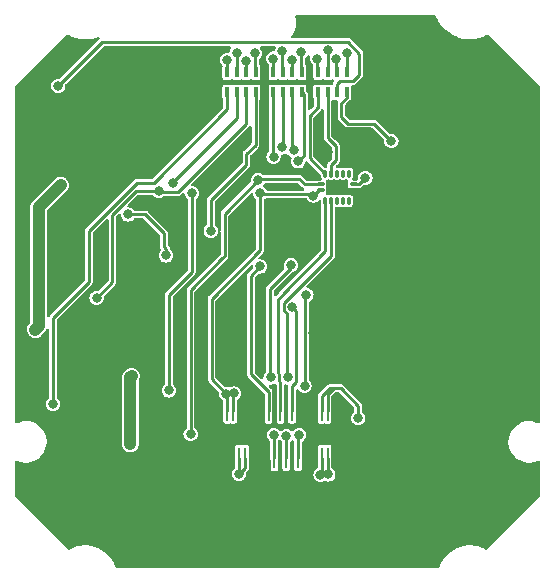
<source format=gbr>
%TF.GenerationSoftware,KiCad,Pcbnew,6.0.0-d3dd2cf0fa~116~ubuntu20.04.1*%
%TF.CreationDate,2022-01-19T11:27:01+02:00*%
%TF.ProjectId,isc0901b0-breakout,69736330-3930-4316-9230-2d627265616b,rev2*%
%TF.SameCoordinates,Original*%
%TF.FileFunction,Copper,L1,Top*%
%TF.FilePolarity,Positive*%
%FSLAX46Y46*%
G04 Gerber Fmt 4.6, Leading zero omitted, Abs format (unit mm)*
G04 Created by KiCad (PCBNEW 6.0.0-d3dd2cf0fa~116~ubuntu20.04.1) date 2022-01-19 11:27:01*
%MOMM*%
%LPD*%
G01*
G04 APERTURE LIST*
G04 Aperture macros list*
%AMRoundRect*
0 Rectangle with rounded corners*
0 $1 Rounding radius*
0 $2 $3 $4 $5 $6 $7 $8 $9 X,Y pos of 4 corners*
0 Add a 4 corners polygon primitive as box body*
4,1,4,$2,$3,$4,$5,$6,$7,$8,$9,$2,$3,0*
0 Add four circle primitives for the rounded corners*
1,1,$1+$1,$2,$3*
1,1,$1+$1,$4,$5*
1,1,$1+$1,$6,$7*
1,1,$1+$1,$8,$9*
0 Add four rect primitives between the rounded corners*
20,1,$1+$1,$2,$3,$4,$5,0*
20,1,$1+$1,$4,$5,$6,$7,0*
20,1,$1+$1,$6,$7,$8,$9,0*
20,1,$1+$1,$8,$9,$2,$3,0*%
G04 Aperture macros list end*
%TA.AperFunction,SMDPad,CuDef*%
%ADD10RoundRect,0.008202X0.291798X0.116798X-0.291798X0.116798X-0.291798X-0.116798X0.291798X-0.116798X0*%
%TD*%
%TA.AperFunction,SMDPad,CuDef*%
%ADD11RoundRect,0.008202X-0.116798X0.291798X-0.116798X-0.291798X0.116798X-0.291798X0.116798X0.291798X0*%
%TD*%
%TA.AperFunction,ComponentPad*%
%ADD12C,0.600000*%
%TD*%
%TA.AperFunction,SMDPad,CuDef*%
%ADD13RoundRect,0.032808X-0.717192X0.467192X-0.717192X-0.467192X0.717192X-0.467192X0.717192X0.467192X0*%
%TD*%
%TA.AperFunction,SMDPad,CuDef*%
%ADD14R,0.400000X0.900000*%
%TD*%
%TA.AperFunction,SMDPad,CuDef*%
%ADD15R,0.250000X1.800000*%
%TD*%
%TA.AperFunction,ViaPad*%
%ADD16C,0.800000*%
%TD*%
%TA.AperFunction,Conductor*%
%ADD17C,0.250000*%
%TD*%
%TA.AperFunction,Conductor*%
%ADD18C,1.000000*%
%TD*%
G04 APERTURE END LIST*
D10*
%TO.P,U6,1,VCCA*%
%TO.N,VCCQ*%
X70200000Y-107450000D03*
D11*
%TO.P,U6,2,A1*%
%TO.N,/DATA_EVEN*%
X70600000Y-108350000D03*
%TO.P,U6,3,A2*%
%TO.N,/DATA_ODD*%
X71100000Y-108350000D03*
%TO.P,U6,4,A3*%
%TO.N,unconnected-(U6-Pad4)*%
X71600000Y-108350000D03*
%TO.P,U6,5,A4*%
%TO.N,unconnected-(U6-Pad5)*%
X72100000Y-108350000D03*
%TO.P,U6,6*%
%TO.N,N/C*%
X72600000Y-108350000D03*
D12*
%TO.P,U6,7,GND*%
%TO.N,GND*%
X72100000Y-107200000D03*
D10*
X73000000Y-107450000D03*
D13*
X71600000Y-107200000D03*
D12*
X71100000Y-107200000D03*
D10*
%TO.P,U6,8,OE*%
%TO.N,VCCQ*%
X73000000Y-106950000D03*
D11*
%TO.P,U6,9*%
%TO.N,N/C*%
X72600000Y-106050000D03*
%TO.P,U6,10,B4Y*%
%TO.N,unconnected-(U6-Pad10)*%
X72100000Y-106050000D03*
%TO.P,U6,11,B3Y*%
%TO.N,unconnected-(U6-Pad11)*%
X71600000Y-106050000D03*
%TO.P,U6,12,B2Y*%
%TO.N,/DATA_ODD_OUT*%
X71100000Y-106050000D03*
%TO.P,U6,13,B1Y*%
%TO.N,/DATA_EVEN_OUT*%
X70600000Y-106050000D03*
D10*
%TO.P,U6,14,VCCB*%
%TO.N,+3V3*%
X70200000Y-106950000D03*
%TD*%
D12*
%TO.P,U5,7,GND*%
%TO.N,GND*%
X68000000Y-107100000D03*
X67000000Y-107100000D03*
%TD*%
D14*
%TO.P,RN3,2,R2.1*%
%TO.N,/CMD_IN*%
X67000000Y-99150000D03*
%TO.P,RN3,3,R3.1*%
%TO.N,/BIAS_IN*%
X67800000Y-99150000D03*
%TO.P,RN3,1,R1.1*%
%TO.N,/CLK_IN*%
X66200000Y-99150000D03*
%TO.P,RN3,4,R4.1*%
%TO.N,/ENA_IN*%
X68600000Y-99150000D03*
%TO.P,RN3,8,R1.2*%
%TO.N,Net-(J1-Pad10)*%
X66200000Y-97450000D03*
%TO.P,RN3,7,R2.2*%
%TO.N,Net-(J1-Pad11)*%
X67000000Y-97450000D03*
%TO.P,RN3,6,R3.2*%
%TO.N,Net-(J1-Pad12)*%
X67800000Y-97450000D03*
%TO.P,RN3,5,R4.2*%
%TO.N,Net-(J1-Pad13)*%
X68600000Y-97450000D03*
%TD*%
%TO.P,RN2,2,R2.1*%
%TO.N,/2V5_EN*%
X63100000Y-99150000D03*
%TO.P,RN2,3,R3.1*%
%TO.N,/BOOST_EN*%
X63900000Y-99150000D03*
%TO.P,RN2,1,R1.1*%
%TO.N,/3V3_EN*%
X62300000Y-99150000D03*
%TO.P,RN2,4,R4.1*%
%TO.N,/BIAS_9V0*%
X64700000Y-99150000D03*
%TO.P,RN2,8,R1.2*%
%TO.N,Net-(J1-Pad5)*%
X62300000Y-97450000D03*
%TO.P,RN2,7,R2.2*%
%TO.N,Net-(J1-Pad6)*%
X63100000Y-97450000D03*
%TO.P,RN2,6,R3.2*%
%TO.N,Net-(J1-Pad7)*%
X63900000Y-97450000D03*
%TO.P,RN2,5,R4.2*%
%TO.N,Net-(J1-Pad8)*%
X64700000Y-97450000D03*
%TD*%
%TO.P,RN4,2,R2.1*%
%TO.N,/DATA_ODD_OUT*%
X70800000Y-99150000D03*
%TO.P,RN4,3,R3.1*%
%TO.N,/SHUTTER*%
X71600000Y-99150000D03*
%TO.P,RN4,1,R1.1*%
%TO.N,/DATA_EVEN_OUT*%
X70000000Y-99150000D03*
%TO.P,RN4,4,R4.1*%
%TO.N,/LED*%
X72400000Y-99150000D03*
%TO.P,RN4,8,R1.2*%
%TO.N,Net-(J1-Pad15)*%
X70000000Y-97450000D03*
%TO.P,RN4,7,R2.2*%
%TO.N,Net-(J1-Pad16)*%
X70800000Y-97450000D03*
%TO.P,RN4,6,R3.2*%
%TO.N,Net-(J1-Pad17)*%
X71600000Y-97450000D03*
%TO.P,RN4,5,R4.2*%
%TO.N,Net-(J1-Pad18)*%
X72400000Y-97450000D03*
%TD*%
D15*
%TO.P,J2,1,Pin_1*%
%TO.N,GND*%
X71300000Y-130100000D03*
%TO.P,J2,2,Pin_2*%
%TO.N,VAA*%
X70800000Y-130100000D03*
%TO.P,J2,3,Pin_3*%
X70300000Y-130100000D03*
%TO.P,J2,4,Pin_4*%
%TO.N,GND*%
X69800000Y-130100000D03*
%TO.P,J2,5,Pin_5*%
X69300000Y-130100000D03*
%TO.P,J2,6,Pin_6*%
X68800000Y-130100000D03*
%TO.P,J2,7,Pin_7*%
%TO.N,/ENA*%
X68300000Y-130100000D03*
%TO.P,J2,8,Pin_8*%
%TO.N,GND*%
X67800000Y-130100000D03*
%TO.P,J2,9,Pin_9*%
%TO.N,/DATA_ODD*%
X67300000Y-130100000D03*
%TO.P,J2,10,Pin_10*%
%TO.N,GND*%
X66800000Y-130100000D03*
%TO.P,J2,11,Pin_11*%
%TO.N,/BIAS*%
X66300000Y-130100000D03*
%TO.P,J2,12,Pin_12*%
%TO.N,GND*%
X65800000Y-130100000D03*
%TO.P,J2,13,Pin_13*%
X65300000Y-130100000D03*
%TO.P,J2,14,Pin_14*%
X64800000Y-130100000D03*
%TO.P,J2,15,Pin_15*%
X64300000Y-130100000D03*
%TO.P,J2,16,Pin_16*%
%TO.N,VCC*%
X63800000Y-130100000D03*
%TO.P,J2,17,Pin_17*%
X63300000Y-130100000D03*
%TO.P,J2,18,Pin_18*%
%TO.N,GND*%
X62800000Y-130100000D03*
%TO.P,J2,19,Pin_19*%
X62300000Y-130100000D03*
%TO.P,J2,20,Pin_20*%
X61800000Y-130100000D03*
%TO.P,J2,21,Pin_21*%
X61800000Y-126100000D03*
%TO.P,J2,22,Pin_22*%
%TO.N,VCCQ*%
X62300000Y-126100000D03*
%TO.P,J2,23,Pin_23*%
X62800000Y-126100000D03*
%TO.P,J2,24,Pin_24*%
%TO.N,GND*%
X63300000Y-126100000D03*
%TO.P,J2,25,Pin_25*%
X63800000Y-126100000D03*
%TO.P,J2,26,Pin_26*%
X64300000Y-126100000D03*
%TO.P,J2,27,Pin_27*%
X64800000Y-126100000D03*
%TO.P,J2,28,Pin_28*%
X65300000Y-126100000D03*
%TO.P,J2,29,Pin_29*%
%TO.N,/CLK*%
X65800000Y-126100000D03*
%TO.P,J2,30,Pin_30*%
%TO.N,GND*%
X66300000Y-126100000D03*
%TO.P,J2,31,Pin_31*%
%TO.N,/DATA_EVEN*%
X66800000Y-126100000D03*
%TO.P,J2,32,Pin_32*%
%TO.N,GND*%
X67300000Y-126100000D03*
%TO.P,J2,33,Pin_33*%
%TO.N,/CMD*%
X67800000Y-126100000D03*
%TO.P,J2,34,Pin_34*%
%TO.N,GND*%
X68300000Y-126100000D03*
%TO.P,J2,35,Pin_35*%
X68800000Y-126100000D03*
%TO.P,J2,36,Pin_36*%
X69300000Y-126100000D03*
%TO.P,J2,37,Pin_37*%
X69800000Y-126100000D03*
%TO.P,J2,38,Pin_38*%
%TO.N,/VCC_SYS*%
X70300000Y-126100000D03*
%TO.P,J2,39,Pin_39*%
X70800000Y-126100000D03*
%TO.P,J2,40,Pin_40*%
%TO.N,GND*%
X71300000Y-126100000D03*
%TD*%
D16*
%TO.N,/LED*%
X76200000Y-103300000D03*
%TO.N,GND*%
X60200000Y-100400000D03*
X59200000Y-99000000D03*
X73800000Y-98900000D03*
X72700000Y-100500000D03*
X56200000Y-112400000D03*
X64000000Y-110200000D03*
X61700000Y-121300000D03*
X53350000Y-112550000D03*
X65700000Y-136650000D03*
X57500000Y-131850000D03*
X71250000Y-119550000D03*
X55100000Y-112400000D03*
X73650000Y-131800000D03*
X56200000Y-111500000D03*
X60000000Y-118500000D03*
X69750000Y-134850000D03*
X71350000Y-134900000D03*
X52250000Y-119500000D03*
X70800000Y-104200000D03*
X79600000Y-95600000D03*
X48775032Y-112200000D03*
X71400000Y-115000000D03*
X63000000Y-121300000D03*
X63100000Y-119700000D03*
X65100000Y-104500000D03*
X75450000Y-136050000D03*
X55850000Y-115900000D03*
X63100000Y-113150000D03*
X65700000Y-114800000D03*
X58200000Y-116500000D03*
X69800000Y-110900000D03*
X53300000Y-115250000D03*
X65100000Y-120200000D03*
X51300000Y-115400000D03*
X70000000Y-104200000D03*
X63200000Y-104400000D03*
X69400000Y-106200000D03*
X51200000Y-125490000D03*
X54450000Y-132500000D03*
X74950000Y-125650000D03*
X58200000Y-112000000D03*
X83100000Y-96850000D03*
X69600000Y-119500000D03*
X64300000Y-135050000D03*
X54775312Y-120441882D03*
X63500000Y-115400000D03*
X74100000Y-107700000D03*
X48450000Y-131650000D03*
X54000000Y-119000000D03*
X72500000Y-110800000D03*
X49400000Y-113500000D03*
X62750000Y-135000000D03*
X53450000Y-118150000D03*
X65650000Y-133600000D03*
X64500000Y-124400000D03*
X51950000Y-127750000D03*
X60300000Y-135400000D03*
X55100000Y-111500000D03*
X62800000Y-111150000D03*
X49800000Y-112100000D03*
%TO.N,VAA*%
X70862129Y-131511971D03*
X70193329Y-131536658D03*
%TO.N,VCC*%
X63303356Y-131465670D03*
%TO.N,VCCQ*%
X62214152Y-124674269D03*
X69600000Y-107900000D03*
X65100000Y-107700000D03*
X74000000Y-106400000D03*
X62900000Y-124650000D03*
%TO.N,+5V*%
X48200000Y-107000000D03*
X46050000Y-119250000D03*
X54200000Y-123200000D03*
X54100000Y-128950000D03*
%TO.N,Net-(C12-Pad1)*%
X53900000Y-109500000D03*
X57112489Y-112969604D03*
%TO.N,+3V3*%
X64900000Y-106600000D03*
X59200000Y-128100000D03*
%TO.N,Net-(J1-Pad5)*%
X62300000Y-96400000D03*
%TO.N,/VCC_SYS*%
X73400000Y-126750000D03*
%TO.N,/CMD*%
X67800000Y-117300000D03*
%TO.N,/CLK*%
X65100000Y-113900000D03*
%TO.N,/BIAS*%
X66250000Y-128150000D03*
X65974829Y-123298658D03*
X67700000Y-113800000D03*
%TO.N,/DATA_ODD*%
X67300000Y-128250000D03*
X67424840Y-123299840D03*
%TO.N,/ENA*%
X68400000Y-128150000D03*
X68850000Y-124000000D03*
X69000000Y-116300000D03*
%TO.N,/BIAS_9V0*%
X60900000Y-110900000D03*
%TO.N,/BOOST_EN*%
X51240000Y-116560000D03*
X56500000Y-107500000D03*
%TO.N,/3V3_EN*%
X47550000Y-125550000D03*
%TO.N,/2V5_EN*%
X57687701Y-106875500D03*
X59300000Y-107700000D03*
X57350000Y-124400000D03*
%TO.N,Net-(J1-Pad6)*%
X63100000Y-95800000D03*
%TO.N,Net-(J1-Pad7)*%
X63900000Y-96500000D03*
%TO.N,Net-(J1-Pad8)*%
X64667839Y-95860134D03*
%TO.N,Net-(J1-Pad10)*%
X66200000Y-96300000D03*
%TO.N,Net-(J1-Pad11)*%
X66958879Y-95649532D03*
%TO.N,Net-(J1-Pad12)*%
X67800000Y-96400000D03*
%TO.N,Net-(J1-Pad13)*%
X68567839Y-95760134D03*
%TO.N,Net-(J1-Pad15)*%
X69900000Y-96300000D03*
%TO.N,Net-(J1-Pad16)*%
X70800000Y-95600000D03*
%TO.N,Net-(J1-Pad17)*%
X71524500Y-96306755D03*
%TO.N,Net-(J1-Pad18)*%
X72400000Y-95800000D03*
%TO.N,/SHUTTER*%
X48000000Y-98600000D03*
%TO.N,/ENA_IN*%
X68300000Y-105000000D03*
%TO.N,/CLK_IN*%
X66225342Y-104600000D03*
%TO.N,/BIAS_IN*%
X67917194Y-104076712D03*
%TO.N,/CMD_IN*%
X66949842Y-103825244D03*
%TD*%
D17*
%TO.N,VCCQ*%
X65100000Y-107700000D02*
X65200000Y-107800000D01*
X65200000Y-107800000D02*
X69500000Y-107800000D01*
X69500000Y-107800000D02*
X69600000Y-107900000D01*
%TO.N,+3V3*%
X70200000Y-106950000D02*
X68891772Y-106950000D01*
X68891772Y-106950000D02*
X68417261Y-106475489D01*
X67283193Y-106500000D02*
X67258682Y-106475489D01*
X68417261Y-106475489D02*
X67741318Y-106475489D01*
X67741318Y-106475489D02*
X67716807Y-106500000D01*
X67716807Y-106500000D02*
X67283193Y-106500000D01*
X67258682Y-106475489D02*
X65024511Y-106475489D01*
X65024511Y-106475489D02*
X64900000Y-106600000D01*
%TO.N,/CLK*%
X65100000Y-113900000D02*
X64300000Y-114700000D01*
X64300000Y-114700000D02*
X64300000Y-123025386D01*
X64300000Y-123025386D02*
X65800000Y-124525386D01*
X65800000Y-124525386D02*
X65800000Y-126100000D01*
%TO.N,/LED*%
X76200000Y-103300000D02*
X74700000Y-101800000D01*
X74700000Y-101800000D02*
X72500000Y-101800000D01*
X72400000Y-99600000D02*
X72400000Y-99150000D01*
X72500000Y-101800000D02*
X71975489Y-101275489D01*
X71975489Y-101275489D02*
X71975489Y-100024511D01*
X71975489Y-100024511D02*
X72400000Y-99600000D01*
%TO.N,/SHUTTER*%
X48000000Y-98600000D02*
X51674979Y-94925021D01*
X51674979Y-94925021D02*
X70450365Y-94925021D01*
X70450365Y-94925021D02*
X70499897Y-94875489D01*
X70499897Y-94875489D02*
X72500103Y-94875489D01*
X72500103Y-94875489D02*
X73500000Y-95875386D01*
X73500000Y-95875386D02*
X73500000Y-97649022D01*
X73500000Y-97649022D02*
X72924511Y-98224511D01*
X72924511Y-98224511D02*
X71825489Y-98224511D01*
X71825489Y-98224511D02*
X71600000Y-98450000D01*
X71600000Y-98450000D02*
X71600000Y-99150000D01*
%TO.N,GND*%
X73000000Y-107450000D02*
X73850000Y-107450000D01*
X73850000Y-107450000D02*
X74100000Y-107700000D01*
%TO.N,VAA*%
X70800000Y-131449842D02*
X70862129Y-131511971D01*
X70300000Y-131429987D02*
X70193329Y-131536658D01*
X70300000Y-130100000D02*
X70300000Y-131429987D01*
X70800000Y-130100000D02*
X70800000Y-131449842D01*
%TO.N,VCC*%
X63300000Y-130100000D02*
X63300000Y-131462314D01*
X63800000Y-130100000D02*
X63800000Y-130969026D01*
X63300000Y-131462314D02*
X63303356Y-131465670D01*
X63800000Y-130969026D02*
X63303356Y-131465670D01*
%TO.N,VCCQ*%
X62800000Y-124740656D02*
X62835082Y-124705574D01*
X73450000Y-106950000D02*
X74000000Y-106400000D01*
X60975489Y-116624511D02*
X60975489Y-123435606D01*
X62300000Y-126100000D02*
X62300000Y-124760117D01*
X70200000Y-107450000D02*
X70050000Y-107450000D01*
X70050000Y-107450000D02*
X69600000Y-107900000D01*
X65100000Y-107700000D02*
X65100000Y-112500000D01*
X65100000Y-112500000D02*
X60975489Y-116624511D01*
X62800000Y-126100000D02*
X62800000Y-124740656D01*
X73000000Y-106950000D02*
X73450000Y-106950000D01*
X60975489Y-123435606D02*
X62214152Y-124674269D01*
X62300000Y-124760117D02*
X62214152Y-124674269D01*
D18*
%TO.N,+5V*%
X54100000Y-123300000D02*
X54200000Y-123200000D01*
X54100000Y-125850000D02*
X54100000Y-128950000D01*
X46324990Y-118975010D02*
X46050000Y-119250000D01*
X46324990Y-108875010D02*
X46324990Y-118975010D01*
X48200000Y-107000000D02*
X46324990Y-108875010D01*
X54100000Y-125850000D02*
X54100000Y-123300000D01*
D17*
%TO.N,Net-(C12-Pad1)*%
X55350000Y-109500000D02*
X53900000Y-109500000D01*
X57112489Y-112969604D02*
X57112489Y-112403919D01*
X56925001Y-112216431D02*
X56925001Y-111075001D01*
X56925001Y-111075001D02*
X55350000Y-109500000D01*
X57112489Y-112403919D02*
X56925001Y-112216431D01*
%TO.N,+3V3*%
X61900000Y-113200000D02*
X59200000Y-115900000D01*
X62075489Y-113024511D02*
X61900000Y-113200000D01*
X64900000Y-106600000D02*
X62075489Y-109424511D01*
X62075489Y-109424511D02*
X62075489Y-113024511D01*
X59200000Y-115900000D02*
X59200000Y-128100000D01*
%TO.N,Net-(J1-Pad5)*%
X62300000Y-96400000D02*
X62300000Y-97450000D01*
%TO.N,/VCC_SYS*%
X70300000Y-124900000D02*
X71000000Y-124200000D01*
X73400000Y-125700000D02*
X73400000Y-126750000D01*
X71300000Y-124200000D02*
X71900000Y-124200000D01*
X71900000Y-124200000D02*
X73400000Y-125700000D01*
X70800000Y-126100000D02*
X70800000Y-124700000D01*
X70800000Y-124700000D02*
X71300000Y-124200000D01*
X70300000Y-126100000D02*
X70300000Y-124900000D01*
X71000000Y-124200000D02*
X71300000Y-124200000D01*
%TO.N,/CMD*%
X67800000Y-117300000D02*
X68149351Y-117649351D01*
X68149351Y-117649351D02*
X68149351Y-123676035D01*
X68149351Y-123676035D02*
X67800000Y-124025386D01*
X67800000Y-124025386D02*
X67800000Y-126100000D01*
%TO.N,/DATA_EVEN*%
X66700329Y-122999737D02*
X66700329Y-123599943D01*
X66700329Y-123599943D02*
X66800000Y-123699614D01*
X66625969Y-122925377D02*
X66700329Y-122999737D01*
X67000000Y-116300000D02*
X66625969Y-116674031D01*
X70600000Y-108350000D02*
X70600000Y-112600000D01*
X66800000Y-123699614D02*
X66800000Y-126100000D01*
X66625969Y-116674031D02*
X66625969Y-122925377D01*
X67000000Y-116200000D02*
X67000000Y-116300000D01*
X70600000Y-112600000D02*
X67000000Y-116200000D01*
%TO.N,/BIAS*%
X67700000Y-113800000D02*
X67700000Y-114024614D01*
X67700000Y-114024614D02*
X65900000Y-115824614D01*
X66250000Y-128150000D02*
X66250000Y-130050000D01*
X65900000Y-123223829D02*
X65974829Y-123298658D01*
X66250000Y-130050000D02*
X66300000Y-130100000D01*
X65900000Y-115824614D02*
X65900000Y-123223829D01*
%TO.N,/DATA_ODD*%
X67075489Y-116999897D02*
X71100000Y-112975386D01*
X67300000Y-128250000D02*
X67300000Y-130100000D01*
X67400000Y-123275000D02*
X67400000Y-117924614D01*
X71100000Y-112975386D02*
X71100000Y-108350000D01*
X67400000Y-117924614D02*
X67075489Y-117600103D01*
X67075489Y-117600103D02*
X67075489Y-116999897D01*
X67424840Y-123299840D02*
X67400000Y-123275000D01*
%TO.N,/ENA*%
X68400000Y-128150000D02*
X68300000Y-128250000D01*
X68875489Y-116424511D02*
X68875489Y-123974511D01*
X69000000Y-116300000D02*
X68875489Y-116424511D01*
X68875489Y-123974511D02*
X68850000Y-124000000D01*
X68300000Y-128250000D02*
X68300000Y-130100000D01*
%TO.N,/BIAS_9V0*%
X63924511Y-104375489D02*
X63924511Y-105275489D01*
X64700000Y-103600000D02*
X63924511Y-104375489D01*
X60900000Y-108300000D02*
X60900000Y-110900000D01*
X64700000Y-99150000D02*
X64700000Y-103600000D01*
X63924511Y-105275489D02*
X60900000Y-108300000D01*
%TO.N,/BOOST_EN*%
X58100000Y-107600000D02*
X56600000Y-107600000D01*
X63900000Y-101800000D02*
X58100000Y-107600000D01*
X56600000Y-107600000D02*
X56500000Y-107500000D01*
X54600000Y-107500000D02*
X56500000Y-107500000D01*
X52575489Y-109524511D02*
X54600000Y-107500000D01*
X52575489Y-115224511D02*
X52575489Y-109524511D01*
X63900000Y-99150000D02*
X63900000Y-101800000D01*
X51240000Y-116560000D02*
X52575489Y-115224511D01*
%TO.N,/3V3_EN*%
X50600000Y-110864282D02*
X50600000Y-115200000D01*
X54664282Y-106800000D02*
X50600000Y-110864282D01*
X62300000Y-99150000D02*
X62300000Y-100600000D01*
X50600000Y-115200000D02*
X47550000Y-118250000D01*
X56100000Y-106800000D02*
X54664282Y-106800000D01*
X62300000Y-100600000D02*
X56100000Y-106800000D01*
X47550000Y-118250000D02*
X47550000Y-125550000D01*
%TO.N,/2V5_EN*%
X57687701Y-106875500D02*
X57687701Y-106712299D01*
X59300000Y-114375386D02*
X57350000Y-116325386D01*
X57350000Y-116325386D02*
X57350000Y-124400000D01*
X63100000Y-101300000D02*
X63100000Y-99150000D01*
X57687701Y-106712299D02*
X63100000Y-101300000D01*
X59300000Y-107700000D02*
X59300000Y-114375386D01*
%TO.N,Net-(J1-Pad6)*%
X63100000Y-95800000D02*
X63100000Y-97450000D01*
%TO.N,Net-(J1-Pad7)*%
X63900000Y-96500000D02*
X63900000Y-97450000D01*
%TO.N,Net-(J1-Pad8)*%
X64667839Y-95860134D02*
X64667839Y-97417839D01*
X64667839Y-97417839D02*
X64700000Y-97450000D01*
%TO.N,Net-(J1-Pad10)*%
X66200000Y-96300000D02*
X66200000Y-97450000D01*
%TO.N,Net-(J1-Pad11)*%
X66958879Y-97408879D02*
X67000000Y-97450000D01*
X66958879Y-95649532D02*
X66958879Y-97408879D01*
%TO.N,Net-(J1-Pad12)*%
X67800000Y-96400000D02*
X67800000Y-97450000D01*
%TO.N,Net-(J1-Pad13)*%
X68567839Y-95760134D02*
X68567839Y-97417839D01*
X68567839Y-97417839D02*
X68600000Y-97450000D01*
%TO.N,Net-(J1-Pad15)*%
X69900000Y-96300000D02*
X69900000Y-97350000D01*
X69900000Y-97350000D02*
X70000000Y-97450000D01*
%TO.N,Net-(J1-Pad16)*%
X70800000Y-95600000D02*
X70800000Y-97450000D01*
%TO.N,Net-(J1-Pad17)*%
X71524500Y-96306755D02*
X71524500Y-97374500D01*
X71524500Y-97374500D02*
X71600000Y-97450000D01*
%TO.N,Net-(J1-Pad18)*%
X72400000Y-95800000D02*
X72400000Y-97450000D01*
%TO.N,/ENA_IN*%
X68791928Y-104508072D02*
X68791928Y-99341928D01*
X68791928Y-99341928D02*
X68600000Y-99150000D01*
X68300000Y-105000000D02*
X68791928Y-104508072D01*
%TO.N,/CLK_IN*%
X66225342Y-104600000D02*
X66200000Y-104574658D01*
X66200000Y-104574658D02*
X66200000Y-99150000D01*
%TO.N,/BIAS_IN*%
X67917194Y-104076712D02*
X67800000Y-103959518D01*
X67800000Y-103959518D02*
X67800000Y-99150000D01*
%TO.N,/CMD_IN*%
X67000000Y-103775086D02*
X66949842Y-103825244D01*
X67000000Y-99150000D02*
X67000000Y-103775086D01*
%TO.N,/DATA_ODD_OUT*%
X70800000Y-99150000D02*
X70800000Y-103000000D01*
X70800000Y-103000000D02*
X71524511Y-103724511D01*
X71100000Y-105300000D02*
X71100000Y-106050000D01*
X71524511Y-103724511D02*
X71524511Y-104875489D01*
X71524511Y-104875489D02*
X71100000Y-105300000D01*
%TO.N,/DATA_EVEN_OUT*%
X69275489Y-104725489D02*
X69275489Y-101124511D01*
X70600000Y-106050000D02*
X69275489Y-104725489D01*
X69275489Y-101124511D02*
X70000000Y-100400000D01*
X70000000Y-100400000D02*
X70000000Y-99150000D01*
%TD*%
%TA.AperFunction,Conductor*%
%TO.N,GND*%
G36*
X73974726Y-92599635D02*
G01*
X79861539Y-92599986D01*
X79929658Y-92619992D01*
X79976148Y-92673651D01*
X79980248Y-92683770D01*
X79985450Y-92698399D01*
X80012708Y-92775051D01*
X80014218Y-92778166D01*
X80014222Y-92778174D01*
X80158089Y-93074825D01*
X80159601Y-93077942D01*
X80338827Y-93362897D01*
X80340980Y-93365607D01*
X80340982Y-93365610D01*
X80546066Y-93623764D01*
X80546073Y-93623772D01*
X80548222Y-93626477D01*
X80550664Y-93628939D01*
X80780381Y-93860581D01*
X80785262Y-93865503D01*
X81047085Y-94077091D01*
X81330534Y-94258688D01*
X81452792Y-94319245D01*
X81629085Y-94406567D01*
X81629092Y-94406570D01*
X81632189Y-94408104D01*
X81948411Y-94523537D01*
X82275385Y-94603592D01*
X82609167Y-94647306D01*
X82945729Y-94654150D01*
X83281012Y-94624042D01*
X83610970Y-94557345D01*
X83614263Y-94556293D01*
X83614269Y-94556291D01*
X83928317Y-94455921D01*
X83928323Y-94455919D01*
X83931623Y-94454864D01*
X84239103Y-94317835D01*
X84303804Y-94280001D01*
X84372703Y-94262882D01*
X84439922Y-94285731D01*
X84456499Y-94299676D01*
X88774094Y-98617271D01*
X88808120Y-98679583D01*
X88810999Y-98706366D01*
X88810999Y-127050935D01*
X88790997Y-127119056D01*
X88737341Y-127165549D01*
X88667067Y-127175653D01*
X88629283Y-127163947D01*
X88534699Y-127117316D01*
X88530354Y-127115909D01*
X88530351Y-127115908D01*
X88296329Y-127040138D01*
X88296324Y-127040137D01*
X88291976Y-127038729D01*
X88143764Y-127013561D01*
X88044949Y-126996781D01*
X88044947Y-126996781D01*
X88040449Y-126996017D01*
X87941692Y-126993717D01*
X87789961Y-126990183D01*
X87789955Y-126990183D01*
X87785391Y-126990077D01*
X87745793Y-126994917D01*
X87536685Y-127020476D01*
X87536679Y-127020477D01*
X87532148Y-127021031D01*
X87527740Y-127022235D01*
X87527738Y-127022235D01*
X87290442Y-127087027D01*
X87290438Y-127087028D01*
X87286030Y-127088232D01*
X87052196Y-127190270D01*
X87048329Y-127192675D01*
X87048327Y-127192676D01*
X86878650Y-127298201D01*
X86835549Y-127325007D01*
X86640629Y-127489617D01*
X86637599Y-127493040D01*
X86479433Y-127671718D01*
X86471525Y-127680651D01*
X86469024Y-127684471D01*
X86469021Y-127684475D01*
X86444255Y-127722304D01*
X86331780Y-127894102D01*
X86329861Y-127898235D01*
X86329859Y-127898238D01*
X86226244Y-128121361D01*
X86224324Y-128125496D01*
X86200276Y-128206131D01*
X86152717Y-128365602D01*
X86152715Y-128365609D01*
X86151411Y-128369983D01*
X86150751Y-128374503D01*
X86150750Y-128374509D01*
X86121967Y-128571736D01*
X86114568Y-128622436D01*
X86114568Y-128877564D01*
X86151411Y-129130017D01*
X86152715Y-129134391D01*
X86152717Y-129134398D01*
X86193104Y-129269820D01*
X86224324Y-129374504D01*
X86331780Y-129605898D01*
X86400450Y-129710786D01*
X86447146Y-129782111D01*
X86471525Y-129819349D01*
X86640629Y-130010383D01*
X86835549Y-130174993D01*
X87052196Y-130309730D01*
X87286030Y-130411768D01*
X87290438Y-130412972D01*
X87290442Y-130412973D01*
X87527738Y-130477765D01*
X87532148Y-130478969D01*
X87536679Y-130479523D01*
X87536685Y-130479524D01*
X87730544Y-130503219D01*
X87785391Y-130509923D01*
X87789955Y-130509817D01*
X87789961Y-130509817D01*
X87941692Y-130506283D01*
X88040449Y-130503983D01*
X88044947Y-130503219D01*
X88044949Y-130503219D01*
X88184486Y-130479524D01*
X88291976Y-130461271D01*
X88296324Y-130459863D01*
X88296329Y-130459862D01*
X88530351Y-130384092D01*
X88530354Y-130384091D01*
X88534699Y-130382684D01*
X88629283Y-130336053D01*
X88699226Y-130323871D01*
X88764653Y-130351437D01*
X88804790Y-130409999D01*
X88810999Y-130449065D01*
X88810999Y-133293633D01*
X88790997Y-133361754D01*
X88774094Y-133382728D01*
X84317759Y-137839063D01*
X84255447Y-137873089D01*
X84184632Y-137868024D01*
X84162772Y-137857365D01*
X84131794Y-137838359D01*
X84131787Y-137838355D01*
X84128747Y-137836490D01*
X83923215Y-137740444D01*
X83853240Y-137707744D01*
X83853232Y-137707741D01*
X83850014Y-137706237D01*
X83846646Y-137705106D01*
X83846641Y-137705104D01*
X83561733Y-137609428D01*
X83561732Y-137609428D01*
X83558356Y-137608294D01*
X83554886Y-137607551D01*
X83554877Y-137607549D01*
X83260985Y-137544659D01*
X83260979Y-137544658D01*
X83257502Y-137543914D01*
X82951303Y-137513922D01*
X82947744Y-137513977D01*
X82947737Y-137513977D01*
X82754810Y-137516974D01*
X82643675Y-137518700D01*
X82640156Y-137519155D01*
X82640148Y-137519156D01*
X82411787Y-137548710D01*
X82338555Y-137558188D01*
X82039846Y-137631880D01*
X81751370Y-137738834D01*
X81748193Y-137740441D01*
X81748190Y-137740442D01*
X81480009Y-137876067D01*
X81480006Y-137876069D01*
X81476817Y-137877682D01*
X81219701Y-138046646D01*
X80983311Y-138243565D01*
X80770670Y-138465920D01*
X80584501Y-138710865D01*
X80582678Y-138713929D01*
X80428999Y-138972215D01*
X80428995Y-138972222D01*
X80427183Y-138975268D01*
X80300731Y-139255745D01*
X80299641Y-139259144D01*
X80282532Y-139312483D01*
X80242680Y-139371240D01*
X80177389Y-139399124D01*
X80162553Y-139400000D01*
X52959444Y-139400000D01*
X52891323Y-139379998D01*
X52844830Y-139326342D01*
X52839465Y-139312485D01*
X52822352Y-139259134D01*
X52821265Y-139255745D01*
X52694813Y-138975268D01*
X52693001Y-138972222D01*
X52692997Y-138972215D01*
X52539319Y-138713930D01*
X52539318Y-138713929D01*
X52537496Y-138710866D01*
X52351326Y-138465920D01*
X52138685Y-138243566D01*
X51902295Y-138046647D01*
X51645179Y-137877683D01*
X51560739Y-137834980D01*
X51373807Y-137740444D01*
X51373797Y-137740440D01*
X51370626Y-137738836D01*
X51082150Y-137631882D01*
X50783441Y-137558190D01*
X50678904Y-137544661D01*
X50481848Y-137519158D01*
X50481840Y-137519157D01*
X50478321Y-137518702D01*
X50367161Y-137516975D01*
X50174260Y-137513979D01*
X50174253Y-137513979D01*
X50170694Y-137513924D01*
X49864494Y-137543916D01*
X49861017Y-137544660D01*
X49861011Y-137544661D01*
X49567120Y-137607551D01*
X49567111Y-137607553D01*
X49563641Y-137608296D01*
X49560265Y-137609430D01*
X49560264Y-137609430D01*
X49275355Y-137705106D01*
X49275350Y-137705108D01*
X49271982Y-137706239D01*
X49268764Y-137707743D01*
X49268756Y-137707746D01*
X49101530Y-137785892D01*
X48993250Y-137836492D01*
X48990210Y-137838357D01*
X48990203Y-137838361D01*
X48959225Y-137857367D01*
X48890702Y-137875943D01*
X48823014Y-137854522D01*
X48804238Y-137839065D01*
X44347903Y-133382729D01*
X44313877Y-133320417D01*
X44310998Y-133293634D01*
X44310999Y-131465670D01*
X62697674Y-131465670D01*
X62718312Y-131622432D01*
X62778820Y-131768511D01*
X62875074Y-131893952D01*
X63000515Y-131990206D01*
X63146594Y-132050714D01*
X63303356Y-132071352D01*
X63311544Y-132070274D01*
X63451930Y-132051792D01*
X63460118Y-132050714D01*
X63606197Y-131990206D01*
X63731638Y-131893952D01*
X63827892Y-131768511D01*
X63888400Y-131622432D01*
X63899692Y-131536658D01*
X69587647Y-131536658D01*
X69608285Y-131693420D01*
X69668793Y-131839499D01*
X69765047Y-131964940D01*
X69890488Y-132061194D01*
X70036567Y-132121702D01*
X70193329Y-132142340D01*
X70201517Y-132141262D01*
X70341903Y-132122780D01*
X70350091Y-132121702D01*
X70496000Y-132061265D01*
X70496002Y-132061264D01*
X70496170Y-132061194D01*
X70496181Y-132061220D01*
X70561360Y-132045407D01*
X70603581Y-132054854D01*
X70705367Y-132097015D01*
X70862129Y-132117653D01*
X70870317Y-132116575D01*
X71010703Y-132098093D01*
X71018891Y-132097015D01*
X71164970Y-132036507D01*
X71290411Y-131940253D01*
X71386665Y-131814812D01*
X71447173Y-131668733D01*
X71467811Y-131511971D01*
X71447173Y-131355209D01*
X71386665Y-131209130D01*
X71290411Y-131083689D01*
X71174796Y-130994974D01*
X71132929Y-130937637D01*
X71125500Y-130895012D01*
X71125500Y-129180252D01*
X71113867Y-129121769D01*
X71069552Y-129055448D01*
X71003231Y-129011133D01*
X70991062Y-129008712D01*
X70991061Y-129008712D01*
X70950816Y-129000707D01*
X70944748Y-128999500D01*
X70655252Y-128999500D01*
X70596769Y-129011133D01*
X70592888Y-129013726D01*
X70527630Y-129020743D01*
X70509761Y-129015496D01*
X70503231Y-129011133D01*
X70444748Y-128999500D01*
X70155252Y-128999500D01*
X70149184Y-129000707D01*
X70108939Y-129008712D01*
X70108938Y-129008712D01*
X70096769Y-129011133D01*
X70030448Y-129055448D01*
X69986133Y-129121769D01*
X69974500Y-129180252D01*
X69974500Y-130893132D01*
X69954498Y-130961253D01*
X69904320Y-131003190D01*
X69905269Y-131004833D01*
X69898118Y-131008961D01*
X69890488Y-131012122D01*
X69765047Y-131108376D01*
X69668793Y-131233817D01*
X69608285Y-131379896D01*
X69587647Y-131536658D01*
X63899692Y-131536658D01*
X63909038Y-131465670D01*
X63900238Y-131398827D01*
X63911177Y-131328680D01*
X63936065Y-131293287D01*
X64016215Y-131213137D01*
X64024319Y-131205710D01*
X64041506Y-131191288D01*
X64053194Y-131181481D01*
X64059557Y-131170459D01*
X64072039Y-131148841D01*
X64077945Y-131139570D01*
X64081678Y-131134239D01*
X64099554Y-131108710D01*
X64102407Y-131098061D01*
X64102470Y-131097927D01*
X64104810Y-131093769D01*
X64106971Y-131088551D01*
X64113867Y-131078231D01*
X64125500Y-131019748D01*
X64125500Y-131017053D01*
X64125809Y-131015355D01*
X64126411Y-131008481D01*
X64129264Y-130997833D01*
X64125979Y-130960283D01*
X64125500Y-130949302D01*
X64125500Y-129180252D01*
X64113867Y-129121769D01*
X64069552Y-129055448D01*
X64003231Y-129011133D01*
X63991062Y-129008712D01*
X63991061Y-129008712D01*
X63950816Y-129000707D01*
X63944748Y-128999500D01*
X63655252Y-128999500D01*
X63596769Y-129011133D01*
X63592888Y-129013726D01*
X63527630Y-129020743D01*
X63509761Y-129015496D01*
X63503231Y-129011133D01*
X63444748Y-128999500D01*
X63155252Y-128999500D01*
X63149184Y-129000707D01*
X63108939Y-129008712D01*
X63108938Y-129008712D01*
X63096769Y-129011133D01*
X63030448Y-129055448D01*
X62986133Y-129121769D01*
X62974500Y-129180252D01*
X62974500Y-130898959D01*
X62954498Y-130967080D01*
X62925204Y-130998922D01*
X62875074Y-131037388D01*
X62778820Y-131162829D01*
X62718312Y-131308908D01*
X62697674Y-131465670D01*
X44310999Y-131465670D01*
X44310999Y-130449065D01*
X44331001Y-130380944D01*
X44384657Y-130334451D01*
X44454931Y-130324348D01*
X44492714Y-130336053D01*
X44583195Y-130380660D01*
X44583198Y-130380661D01*
X44587299Y-130382683D01*
X44591644Y-130384090D01*
X44591647Y-130384091D01*
X44825669Y-130459861D01*
X44825674Y-130459862D01*
X44830022Y-130461270D01*
X44927154Y-130477764D01*
X45077049Y-130503218D01*
X45077051Y-130503218D01*
X45081549Y-130503982D01*
X45180306Y-130506282D01*
X45332037Y-130509816D01*
X45332043Y-130509816D01*
X45336607Y-130509922D01*
X45391454Y-130503218D01*
X45585313Y-130479523D01*
X45585319Y-130479522D01*
X45589850Y-130478968D01*
X45594260Y-130477764D01*
X45831556Y-130412972D01*
X45831560Y-130412971D01*
X45835968Y-130411767D01*
X45899391Y-130384091D01*
X46065617Y-130311555D01*
X46065623Y-130311552D01*
X46069801Y-130309729D01*
X46143710Y-130263764D01*
X46282573Y-130177403D01*
X46282577Y-130177400D01*
X46286449Y-130174992D01*
X46344530Y-130125942D01*
X46477878Y-130013329D01*
X46477883Y-130013324D01*
X46481368Y-130010381D01*
X46650472Y-129819348D01*
X46790217Y-129605897D01*
X46822162Y-129537108D01*
X46895752Y-129378638D01*
X46895753Y-129378635D01*
X46897672Y-129374503D01*
X46970586Y-129130016D01*
X46972293Y-129118320D01*
X47006770Y-128882080D01*
X47006770Y-128882077D01*
X47007429Y-128877563D01*
X47007428Y-128622435D01*
X47002299Y-128587289D01*
X46971246Y-128374508D01*
X46971245Y-128374502D01*
X46970585Y-128369982D01*
X46969279Y-128365602D01*
X46969279Y-128365601D01*
X46921720Y-128206131D01*
X46897672Y-128125496D01*
X46895752Y-128121361D01*
X46792137Y-127898238D01*
X46792135Y-127898235D01*
X46790216Y-127894102D01*
X46650471Y-127680651D01*
X46481366Y-127489617D01*
X46477881Y-127486674D01*
X46477876Y-127486669D01*
X46321494Y-127354604D01*
X46286447Y-127325007D01*
X46282575Y-127322599D01*
X46282571Y-127322596D01*
X46073680Y-127192684D01*
X46069800Y-127190271D01*
X46065619Y-127188446D01*
X46065616Y-127188445D01*
X45840153Y-127090060D01*
X45840152Y-127090060D01*
X45835966Y-127088233D01*
X45831558Y-127087029D01*
X45831554Y-127087028D01*
X45594258Y-127022236D01*
X45594256Y-127022236D01*
X45589848Y-127021032D01*
X45585317Y-127020478D01*
X45585311Y-127020477D01*
X45376203Y-126994918D01*
X45336605Y-126990078D01*
X45332041Y-126990184D01*
X45332035Y-126990184D01*
X45186339Y-126993578D01*
X45081547Y-126996019D01*
X45077049Y-126996783D01*
X45077047Y-126996783D01*
X44978241Y-127013561D01*
X44830020Y-127038730D01*
X44825669Y-127040139D01*
X44825668Y-127040139D01*
X44591646Y-127115909D01*
X44591643Y-127115910D01*
X44587298Y-127117317D01*
X44583204Y-127119335D01*
X44583200Y-127119337D01*
X44492624Y-127163992D01*
X44422680Y-127176174D01*
X44357254Y-127148608D01*
X44317117Y-127090045D01*
X44310908Y-127050998D01*
X44310907Y-127045211D01*
X44309805Y-119205692D01*
X45345748Y-119205692D01*
X45355507Y-119374959D01*
X45405361Y-119537011D01*
X45492431Y-119682495D01*
X45497768Y-119687888D01*
X45497771Y-119687892D01*
X45553210Y-119743914D01*
X45611690Y-119803010D01*
X45756254Y-119891598D01*
X45842521Y-119919129D01*
X45910536Y-119940836D01*
X45910538Y-119940836D01*
X45917775Y-119943146D01*
X45925355Y-119943663D01*
X45925356Y-119943663D01*
X46079354Y-119954162D01*
X46079358Y-119954162D01*
X46086930Y-119954678D01*
X46094407Y-119953373D01*
X46094408Y-119953373D01*
X46246477Y-119926832D01*
X46253954Y-119925527D01*
X46260903Y-119922476D01*
X46260905Y-119922476D01*
X46402249Y-119860431D01*
X46402248Y-119860431D01*
X46409202Y-119857379D01*
X46512678Y-119777978D01*
X46800071Y-119490586D01*
X46806337Y-119484733D01*
X46843659Y-119452175D01*
X46849386Y-119447179D01*
X46885680Y-119395537D01*
X46889606Y-119390252D01*
X46923885Y-119346534D01*
X46923887Y-119346530D01*
X46928574Y-119340553D01*
X46931700Y-119333630D01*
X46933485Y-119330682D01*
X46940877Y-119317722D01*
X46942510Y-119314676D01*
X46946877Y-119308463D01*
X46969810Y-119249643D01*
X46972366Y-119243563D01*
X46983663Y-119218543D01*
X47029926Y-119164689D01*
X47097960Y-119144395D01*
X47166166Y-119164105D01*
X47212888Y-119217561D01*
X47224500Y-119270394D01*
X47224500Y-124980714D01*
X47204498Y-125048835D01*
X47175204Y-125080677D01*
X47121718Y-125121718D01*
X47025464Y-125247159D01*
X46964956Y-125393238D01*
X46944318Y-125550000D01*
X46964956Y-125706762D01*
X47025464Y-125852841D01*
X47121718Y-125978282D01*
X47247159Y-126074536D01*
X47393238Y-126135044D01*
X47550000Y-126155682D01*
X47558188Y-126154604D01*
X47698574Y-126136122D01*
X47706762Y-126135044D01*
X47852841Y-126074536D01*
X47978282Y-125978282D01*
X48074536Y-125852841D01*
X48135044Y-125706762D01*
X48155682Y-125550000D01*
X48135044Y-125393238D01*
X48074536Y-125247159D01*
X47978282Y-125121718D01*
X47924796Y-125080677D01*
X47882929Y-125023339D01*
X47875500Y-124980714D01*
X47875500Y-123255692D01*
X53395748Y-123255692D01*
X53396185Y-123263272D01*
X53396185Y-123263273D01*
X53399291Y-123317144D01*
X53399500Y-123324396D01*
X53399500Y-128992516D01*
X53414724Y-129118320D01*
X53474655Y-129276923D01*
X53478956Y-129283181D01*
X53538720Y-129370137D01*
X53570688Y-129416651D01*
X53576358Y-129421703D01*
X53576359Y-129421704D01*
X53691608Y-129524388D01*
X53691612Y-129524390D01*
X53697279Y-129529440D01*
X53847119Y-129608776D01*
X54011559Y-129650081D01*
X54019157Y-129650121D01*
X54019159Y-129650121D01*
X54096332Y-129650525D01*
X54181105Y-129650969D01*
X54188492Y-129649195D01*
X54188496Y-129649195D01*
X54338583Y-129613161D01*
X54345968Y-129611388D01*
X54352712Y-129607907D01*
X54352715Y-129607906D01*
X54489883Y-129537108D01*
X54489884Y-129537108D01*
X54496631Y-129533625D01*
X54545903Y-129490643D01*
X54618671Y-129427163D01*
X54624396Y-129422169D01*
X54714567Y-129293869D01*
X54717518Y-129289670D01*
X54717519Y-129289668D01*
X54721887Y-129283453D01*
X54780002Y-129134398D01*
X54780716Y-129132566D01*
X54783476Y-129125487D01*
X54785324Y-129111454D01*
X54799962Y-129000261D01*
X54799962Y-129000260D01*
X54800500Y-128996174D01*
X54800500Y-123599499D01*
X54811663Y-123547648D01*
X54870229Y-123417939D01*
X54873355Y-123411016D01*
X54904252Y-123244308D01*
X54894492Y-123075041D01*
X54844639Y-122912989D01*
X54757569Y-122767505D01*
X54752232Y-122762112D01*
X54752229Y-122762108D01*
X54696790Y-122706086D01*
X54638310Y-122646990D01*
X54549588Y-122592622D01*
X54500222Y-122562371D01*
X54500219Y-122562370D01*
X54493746Y-122558403D01*
X54332224Y-122506855D01*
X54324644Y-122506338D01*
X54324643Y-122506338D01*
X54292244Y-122504129D01*
X54163070Y-122495322D01*
X54155593Y-122496627D01*
X54155592Y-122496627D01*
X54096990Y-122506855D01*
X53996046Y-122524473D01*
X53989097Y-122527523D01*
X53989095Y-122527524D01*
X53938171Y-122549878D01*
X53840797Y-122592622D01*
X53737321Y-122672022D01*
X53624925Y-122784418D01*
X53618660Y-122790271D01*
X53575604Y-122827831D01*
X53539317Y-122879463D01*
X53535384Y-122884758D01*
X53501105Y-122928476D01*
X53501103Y-122928480D01*
X53496416Y-122934457D01*
X53493290Y-122941380D01*
X53491505Y-122944328D01*
X53484113Y-122957288D01*
X53482480Y-122960334D01*
X53478113Y-122966547D01*
X53475354Y-122973624D01*
X53455180Y-123025366D01*
X53452625Y-123031445D01*
X53426645Y-123088984D01*
X53425260Y-123096455D01*
X53424236Y-123099723D01*
X53420123Y-123114164D01*
X53419283Y-123117437D01*
X53416524Y-123124513D01*
X53415533Y-123132043D01*
X53408284Y-123187106D01*
X53407252Y-123193623D01*
X53405989Y-123200440D01*
X53395748Y-123255692D01*
X47875500Y-123255692D01*
X47875500Y-118437016D01*
X47895502Y-118368895D01*
X47912405Y-118347921D01*
X50816222Y-115444105D01*
X50824326Y-115436678D01*
X50844750Y-115419540D01*
X50853194Y-115412455D01*
X50858704Y-115402912D01*
X50858707Y-115402908D01*
X50872036Y-115379821D01*
X50877941Y-115370551D01*
X50882392Y-115364195D01*
X50899554Y-115339684D01*
X50902407Y-115329036D01*
X50903886Y-115325865D01*
X50905078Y-115322589D01*
X50910588Y-115313045D01*
X50917134Y-115275924D01*
X50919508Y-115265217D01*
X50929263Y-115228807D01*
X50928123Y-115215768D01*
X50925979Y-115191269D01*
X50925500Y-115180288D01*
X50925500Y-111051298D01*
X50945502Y-110983177D01*
X50962405Y-110962203D01*
X52034894Y-109889714D01*
X52097206Y-109855688D01*
X52168021Y-109860753D01*
X52224857Y-109903300D01*
X52249668Y-109969820D01*
X52249989Y-109978809D01*
X52249989Y-115037495D01*
X52229987Y-115105616D01*
X52213084Y-115126590D01*
X51412383Y-115927291D01*
X51350071Y-115961317D01*
X51306843Y-115963118D01*
X51240000Y-115954318D01*
X51083238Y-115974956D01*
X50937159Y-116035464D01*
X50811718Y-116131718D01*
X50715464Y-116257159D01*
X50654956Y-116403238D01*
X50634318Y-116560000D01*
X50639958Y-116602841D01*
X50652745Y-116699964D01*
X50654956Y-116716762D01*
X50715464Y-116862841D01*
X50811718Y-116988282D01*
X50937159Y-117084536D01*
X51083238Y-117145044D01*
X51240000Y-117165682D01*
X51248188Y-117164604D01*
X51388574Y-117146122D01*
X51396762Y-117145044D01*
X51542841Y-117084536D01*
X51668282Y-116988282D01*
X51764536Y-116862841D01*
X51825044Y-116716762D01*
X51827256Y-116699964D01*
X51840042Y-116602841D01*
X51845682Y-116560000D01*
X51836882Y-116493157D01*
X51847821Y-116423010D01*
X51872709Y-116387617D01*
X52791704Y-115468622D01*
X52799808Y-115461195D01*
X52820238Y-115444052D01*
X52828683Y-115436966D01*
X52838744Y-115419540D01*
X52847528Y-115404326D01*
X52853434Y-115395055D01*
X52868719Y-115373226D01*
X52875043Y-115364195D01*
X52877897Y-115353545D01*
X52879374Y-115350377D01*
X52880566Y-115347101D01*
X52886077Y-115337556D01*
X52892619Y-115300453D01*
X52894998Y-115289721D01*
X52898694Y-115275928D01*
X52904753Y-115253318D01*
X52901468Y-115215768D01*
X52900989Y-115204787D01*
X52900989Y-109711527D01*
X52920991Y-109643406D01*
X52937894Y-109622432D01*
X53086429Y-109473897D01*
X53148741Y-109439871D01*
X53219556Y-109444936D01*
X53276392Y-109487483D01*
X53300446Y-109546546D01*
X53314956Y-109656762D01*
X53375464Y-109802841D01*
X53471718Y-109928282D01*
X53597159Y-110024536D01*
X53743238Y-110085044D01*
X53900000Y-110105682D01*
X53908188Y-110104604D01*
X54048574Y-110086122D01*
X54056762Y-110085044D01*
X54202841Y-110024536D01*
X54328282Y-109928282D01*
X54369323Y-109874796D01*
X54426661Y-109832929D01*
X54469286Y-109825500D01*
X55162984Y-109825500D01*
X55231105Y-109845502D01*
X55252079Y-109862405D01*
X56562596Y-111172922D01*
X56596622Y-111235234D01*
X56599501Y-111262017D01*
X56599501Y-112196721D01*
X56599021Y-112207703D01*
X56597170Y-112228865D01*
X56595737Y-112245238D01*
X56604592Y-112278282D01*
X56605492Y-112281641D01*
X56607871Y-112292373D01*
X56614413Y-112329476D01*
X56619924Y-112339021D01*
X56621116Y-112342297D01*
X56622593Y-112345465D01*
X56625447Y-112356115D01*
X56631771Y-112365146D01*
X56647056Y-112386975D01*
X56652962Y-112396246D01*
X56671806Y-112428885D01*
X56668169Y-112430985D01*
X56688015Y-112476412D01*
X56676751Y-112546509D01*
X56662981Y-112568984D01*
X56637503Y-112602188D01*
X56587953Y-112666763D01*
X56527445Y-112812842D01*
X56506807Y-112969604D01*
X56507885Y-112977792D01*
X56524034Y-113100453D01*
X56527445Y-113126366D01*
X56587953Y-113272445D01*
X56684207Y-113397886D01*
X56809648Y-113494140D01*
X56955727Y-113554648D01*
X57112489Y-113575286D01*
X57120677Y-113574208D01*
X57261063Y-113555726D01*
X57269251Y-113554648D01*
X57415330Y-113494140D01*
X57540771Y-113397886D01*
X57637025Y-113272445D01*
X57697533Y-113126366D01*
X57700945Y-113100453D01*
X57717093Y-112977792D01*
X57718171Y-112969604D01*
X57697533Y-112812842D01*
X57637025Y-112666763D01*
X57540771Y-112541322D01*
X57534225Y-112536299D01*
X57534221Y-112536295D01*
X57489196Y-112501746D01*
X57447329Y-112444408D01*
X57440380Y-112390800D01*
X57440792Y-112386097D01*
X57440792Y-112386096D01*
X57441753Y-112375112D01*
X57431997Y-112338704D01*
X57429619Y-112327977D01*
X57426975Y-112312983D01*
X57423077Y-112290874D01*
X57417566Y-112281329D01*
X57416374Y-112278053D01*
X57414897Y-112274885D01*
X57412043Y-112264235D01*
X57390434Y-112233375D01*
X57384528Y-112224104D01*
X57371196Y-112201013D01*
X57365683Y-112191464D01*
X57336806Y-112167234D01*
X57328704Y-112159808D01*
X57287406Y-112118510D01*
X57253380Y-112056198D01*
X57250501Y-112029415D01*
X57250501Y-111094711D01*
X57250981Y-111083729D01*
X57253304Y-111057181D01*
X57253304Y-111057179D01*
X57254265Y-111046194D01*
X57244509Y-111009786D01*
X57242131Y-110999059D01*
X57241539Y-110995700D01*
X57235589Y-110961956D01*
X57230078Y-110952411D01*
X57228886Y-110949135D01*
X57227409Y-110945967D01*
X57224555Y-110935317D01*
X57202946Y-110904457D01*
X57197040Y-110895186D01*
X57183708Y-110872095D01*
X57178195Y-110862546D01*
X57149318Y-110838316D01*
X57141216Y-110830890D01*
X55594111Y-109283785D01*
X55586684Y-109275681D01*
X55569541Y-109255251D01*
X55569542Y-109255251D01*
X55562455Y-109246806D01*
X55552906Y-109241293D01*
X55529815Y-109227961D01*
X55520544Y-109222055D01*
X55498715Y-109206770D01*
X55489684Y-109200446D01*
X55479034Y-109197592D01*
X55475866Y-109196115D01*
X55472590Y-109194923D01*
X55463045Y-109189412D01*
X55429301Y-109183462D01*
X55425942Y-109182870D01*
X55415215Y-109180492D01*
X55378807Y-109170736D01*
X55367822Y-109171697D01*
X55367820Y-109171697D01*
X55341272Y-109174020D01*
X55330290Y-109174500D01*
X54469286Y-109174500D01*
X54401165Y-109154498D01*
X54369323Y-109125204D01*
X54333305Y-109078264D01*
X54328282Y-109071718D01*
X54202841Y-108975464D01*
X54056762Y-108914956D01*
X53946546Y-108900446D01*
X53881619Y-108871724D01*
X53842527Y-108812459D01*
X53841682Y-108741467D01*
X53873897Y-108686429D01*
X54697921Y-107862405D01*
X54760233Y-107828379D01*
X54787016Y-107825500D01*
X55930714Y-107825500D01*
X55998835Y-107845502D01*
X56030677Y-107874796D01*
X56047102Y-107896201D01*
X56071718Y-107928282D01*
X56197159Y-108024536D01*
X56343238Y-108085044D01*
X56500000Y-108105682D01*
X56508188Y-108104604D01*
X56648574Y-108086122D01*
X56656762Y-108085044D01*
X56802841Y-108024536D01*
X56809394Y-108019508D01*
X56809397Y-108019506D01*
X56897975Y-107951538D01*
X56964195Y-107925937D01*
X56974679Y-107925500D01*
X58080290Y-107925500D01*
X58091272Y-107925980D01*
X58117820Y-107928303D01*
X58117822Y-107928303D01*
X58128807Y-107929264D01*
X58165215Y-107919508D01*
X58175942Y-107917130D01*
X58179301Y-107916538D01*
X58213045Y-107910588D01*
X58222590Y-107905077D01*
X58225866Y-107903885D01*
X58229034Y-107902408D01*
X58239684Y-107899554D01*
X58270544Y-107877945D01*
X58279815Y-107872039D01*
X58302906Y-107858707D01*
X58312455Y-107853194D01*
X58336685Y-107824317D01*
X58344111Y-107816215D01*
X58486429Y-107673897D01*
X58548741Y-107639871D01*
X58619556Y-107644936D01*
X58676392Y-107687483D01*
X58700446Y-107746546D01*
X58714956Y-107856762D01*
X58775464Y-108002841D01*
X58871718Y-108128282D01*
X58878264Y-108133305D01*
X58925204Y-108169323D01*
X58967071Y-108226661D01*
X58974500Y-108269286D01*
X58974500Y-114188369D01*
X58954498Y-114256490D01*
X58937595Y-114277464D01*
X57133784Y-116081276D01*
X57125681Y-116088702D01*
X57096806Y-116112931D01*
X57091293Y-116122480D01*
X57077961Y-116145571D01*
X57072055Y-116154842D01*
X57050446Y-116185702D01*
X57047592Y-116196352D01*
X57046115Y-116199520D01*
X57044923Y-116202796D01*
X57039412Y-116212341D01*
X57033462Y-116246085D01*
X57032870Y-116249444D01*
X57030492Y-116260171D01*
X57020736Y-116296579D01*
X57021697Y-116307564D01*
X57021697Y-116307566D01*
X57024020Y-116334114D01*
X57024500Y-116345096D01*
X57024500Y-123830714D01*
X57004498Y-123898835D01*
X56975204Y-123930677D01*
X56921718Y-123971718D01*
X56916695Y-123978264D01*
X56893941Y-124007918D01*
X56825464Y-124097159D01*
X56764956Y-124243238D01*
X56744318Y-124400000D01*
X56764956Y-124556762D01*
X56825464Y-124702841D01*
X56921718Y-124828282D01*
X57047159Y-124924536D01*
X57193238Y-124985044D01*
X57350000Y-125005682D01*
X57358188Y-125004604D01*
X57498574Y-124986122D01*
X57506762Y-124985044D01*
X57652841Y-124924536D01*
X57778282Y-124828282D01*
X57874536Y-124702841D01*
X57935044Y-124556762D01*
X57955682Y-124400000D01*
X57935044Y-124243238D01*
X57874536Y-124097159D01*
X57806059Y-124007918D01*
X57783305Y-123978264D01*
X57778282Y-123971718D01*
X57724796Y-123930677D01*
X57682929Y-123873339D01*
X57675500Y-123830714D01*
X57675500Y-116512402D01*
X57695502Y-116444281D01*
X57712405Y-116423307D01*
X59516222Y-114619491D01*
X59524326Y-114612064D01*
X59553194Y-114587841D01*
X59572039Y-114555201D01*
X59577943Y-114545933D01*
X59593231Y-114524099D01*
X59599553Y-114515070D01*
X59602406Y-114504424D01*
X59603883Y-114501256D01*
X59605076Y-114497979D01*
X59610588Y-114488431D01*
X59617132Y-114451317D01*
X59619512Y-114440582D01*
X59626410Y-114414840D01*
X59629263Y-114404193D01*
X59628012Y-114389884D01*
X59625979Y-114366655D01*
X59625500Y-114355674D01*
X59625500Y-108269286D01*
X59645502Y-108201165D01*
X59674796Y-108169323D01*
X59721736Y-108133305D01*
X59728282Y-108128282D01*
X59824536Y-108002841D01*
X59885044Y-107856762D01*
X59905682Y-107700000D01*
X59885044Y-107543238D01*
X59824536Y-107397159D01*
X59728282Y-107271718D01*
X59602841Y-107175464D01*
X59456762Y-107114956D01*
X59346546Y-107100446D01*
X59281619Y-107071724D01*
X59242527Y-107012459D01*
X59241682Y-106941467D01*
X59273897Y-106886429D01*
X64116215Y-102044111D01*
X64124319Y-102036684D01*
X64144749Y-102019541D01*
X64153194Y-102012455D01*
X64155386Y-102008659D01*
X64211088Y-101971599D01*
X64282076Y-101970473D01*
X64342403Y-102007904D01*
X64372917Y-102072009D01*
X64374500Y-102091917D01*
X64374500Y-103412984D01*
X64354498Y-103481105D01*
X64337595Y-103502079D01*
X63708296Y-104131378D01*
X63700192Y-104138805D01*
X63671317Y-104163034D01*
X63665804Y-104172583D01*
X63652472Y-104195674D01*
X63646566Y-104204945D01*
X63624957Y-104235805D01*
X63622103Y-104246455D01*
X63620626Y-104249623D01*
X63619434Y-104252899D01*
X63613923Y-104262444D01*
X63608957Y-104290608D01*
X63607381Y-104299547D01*
X63605003Y-104310274D01*
X63595247Y-104346682D01*
X63596208Y-104357667D01*
X63596208Y-104357669D01*
X63598531Y-104384217D01*
X63599011Y-104395199D01*
X63599011Y-105088472D01*
X63579009Y-105156593D01*
X63562106Y-105177567D01*
X60683784Y-108055890D01*
X60675681Y-108063316D01*
X60646806Y-108087545D01*
X60641293Y-108097094D01*
X60627961Y-108120185D01*
X60622055Y-108129456D01*
X60600446Y-108160316D01*
X60597592Y-108170966D01*
X60596115Y-108174134D01*
X60594923Y-108177410D01*
X60589412Y-108186955D01*
X60585456Y-108209392D01*
X60582870Y-108224058D01*
X60580492Y-108234785D01*
X60570736Y-108271193D01*
X60571697Y-108282178D01*
X60571697Y-108282180D01*
X60574020Y-108308728D01*
X60574500Y-108319710D01*
X60574500Y-110330714D01*
X60554498Y-110398835D01*
X60525204Y-110430677D01*
X60471718Y-110471718D01*
X60375464Y-110597159D01*
X60314956Y-110743238D01*
X60294318Y-110900000D01*
X60314956Y-111056762D01*
X60375464Y-111202841D01*
X60471718Y-111328282D01*
X60597159Y-111424536D01*
X60743238Y-111485044D01*
X60900000Y-111505682D01*
X60908188Y-111504604D01*
X61048574Y-111486122D01*
X61056762Y-111485044D01*
X61202841Y-111424536D01*
X61328282Y-111328282D01*
X61424536Y-111202841D01*
X61485044Y-111056762D01*
X61499067Y-110950246D01*
X61522047Y-110898299D01*
X61503093Y-110868806D01*
X61499067Y-110849754D01*
X61486122Y-110751426D01*
X61485044Y-110743238D01*
X61424536Y-110597159D01*
X61328282Y-110471718D01*
X61274796Y-110430677D01*
X61232929Y-110373339D01*
X61225500Y-110330714D01*
X61225500Y-108487016D01*
X61245502Y-108418895D01*
X61262405Y-108397921D01*
X62688023Y-106972304D01*
X64140733Y-105519594D01*
X64148837Y-105512167D01*
X64169260Y-105495030D01*
X64177705Y-105487944D01*
X64196550Y-105455304D01*
X64202454Y-105446036D01*
X64217742Y-105424202D01*
X64224064Y-105415173D01*
X64226917Y-105404527D01*
X64228394Y-105401359D01*
X64229587Y-105398082D01*
X64235099Y-105388534D01*
X64241643Y-105351420D01*
X64244023Y-105340685D01*
X64250921Y-105314943D01*
X64253774Y-105304296D01*
X64250490Y-105266758D01*
X64250011Y-105255777D01*
X64250011Y-104562505D01*
X64270013Y-104494384D01*
X64286916Y-104473410D01*
X64916215Y-103844111D01*
X64924319Y-103836684D01*
X64944749Y-103819541D01*
X64953194Y-103812455D01*
X64958707Y-103802906D01*
X64972039Y-103779815D01*
X64977945Y-103770544D01*
X64993230Y-103748715D01*
X64999554Y-103739684D01*
X65002408Y-103729034D01*
X65003885Y-103725866D01*
X65005077Y-103722590D01*
X65010588Y-103713045D01*
X65017130Y-103675942D01*
X65019509Y-103665210D01*
X65022515Y-103653992D01*
X65029264Y-103628807D01*
X65027659Y-103610455D01*
X65025980Y-103591272D01*
X65025500Y-103580290D01*
X65025500Y-99811288D01*
X65046735Y-99741285D01*
X65081974Y-99688547D01*
X65088867Y-99678231D01*
X65100500Y-99619748D01*
X65100500Y-98680252D01*
X65095311Y-98654164D01*
X65091288Y-98633939D01*
X65091288Y-98633938D01*
X65088867Y-98621769D01*
X65077962Y-98605448D01*
X65051443Y-98565761D01*
X65044552Y-98555448D01*
X65004586Y-98528743D01*
X64988547Y-98518026D01*
X64978231Y-98511133D01*
X64966062Y-98508712D01*
X64966061Y-98508712D01*
X64925816Y-98500707D01*
X64919748Y-98499500D01*
X64480252Y-98499500D01*
X64474184Y-98500707D01*
X64433939Y-98508712D01*
X64433938Y-98508712D01*
X64421769Y-98511133D01*
X64411452Y-98518027D01*
X64411449Y-98518028D01*
X64370003Y-98545722D01*
X64302251Y-98566938D01*
X64229997Y-98545722D01*
X64188551Y-98518028D01*
X64188548Y-98518027D01*
X64178231Y-98511133D01*
X64166062Y-98508712D01*
X64166061Y-98508712D01*
X64125816Y-98500707D01*
X64119748Y-98499500D01*
X63680252Y-98499500D01*
X63674184Y-98500707D01*
X63633939Y-98508712D01*
X63633938Y-98508712D01*
X63621769Y-98511133D01*
X63611452Y-98518027D01*
X63611449Y-98518028D01*
X63570003Y-98545722D01*
X63502251Y-98566938D01*
X63429997Y-98545722D01*
X63388551Y-98518028D01*
X63388548Y-98518027D01*
X63378231Y-98511133D01*
X63366062Y-98508712D01*
X63366061Y-98508712D01*
X63325816Y-98500707D01*
X63319748Y-98499500D01*
X62880252Y-98499500D01*
X62874184Y-98500707D01*
X62833939Y-98508712D01*
X62833938Y-98508712D01*
X62821769Y-98511133D01*
X62811452Y-98518027D01*
X62811449Y-98518028D01*
X62770003Y-98545722D01*
X62702251Y-98566938D01*
X62629997Y-98545722D01*
X62588551Y-98518028D01*
X62588548Y-98518027D01*
X62578231Y-98511133D01*
X62566062Y-98508712D01*
X62566061Y-98508712D01*
X62525816Y-98500707D01*
X62519748Y-98499500D01*
X62080252Y-98499500D01*
X62074184Y-98500707D01*
X62033939Y-98508712D01*
X62033938Y-98508712D01*
X62021769Y-98511133D01*
X62011453Y-98518026D01*
X61995414Y-98528743D01*
X61955448Y-98555448D01*
X61948557Y-98565761D01*
X61922039Y-98605448D01*
X61911133Y-98621769D01*
X61908712Y-98633938D01*
X61908712Y-98633939D01*
X61904689Y-98654164D01*
X61899500Y-98680252D01*
X61899500Y-99619748D01*
X61911133Y-99678231D01*
X61918026Y-99688547D01*
X61953265Y-99741285D01*
X61974500Y-99811288D01*
X61974500Y-100412984D01*
X61954498Y-100481105D01*
X61937595Y-100502079D01*
X56002079Y-106437595D01*
X55939767Y-106471621D01*
X55912984Y-106474500D01*
X54683992Y-106474500D01*
X54673010Y-106474020D01*
X54646462Y-106471697D01*
X54646460Y-106471697D01*
X54635475Y-106470736D01*
X54599067Y-106480492D01*
X54588340Y-106482870D01*
X54584981Y-106483462D01*
X54551237Y-106489412D01*
X54541692Y-106494923D01*
X54538416Y-106496115D01*
X54535248Y-106497592D01*
X54524598Y-106500446D01*
X54515567Y-106506770D01*
X54493738Y-106522055D01*
X54484467Y-106527961D01*
X54462211Y-106540811D01*
X54451827Y-106546806D01*
X54444741Y-106555251D01*
X54427597Y-106575682D01*
X54420171Y-106583785D01*
X50383785Y-110620171D01*
X50375681Y-110627598D01*
X50346806Y-110651827D01*
X50341293Y-110661376D01*
X50327961Y-110684467D01*
X50322055Y-110693738D01*
X50300446Y-110724598D01*
X50297592Y-110735248D01*
X50296115Y-110738416D01*
X50294923Y-110741692D01*
X50289412Y-110751237D01*
X50283462Y-110784981D01*
X50282870Y-110788340D01*
X50280492Y-110799067D01*
X50270736Y-110835475D01*
X50271697Y-110846460D01*
X50271697Y-110846462D01*
X50274020Y-110873010D01*
X50274500Y-110883992D01*
X50274500Y-115012983D01*
X50254498Y-115081104D01*
X50237595Y-115102078D01*
X47333784Y-118005890D01*
X47325681Y-118013316D01*
X47296806Y-118037545D01*
X47291293Y-118047094D01*
X47277961Y-118070185D01*
X47272055Y-118079456D01*
X47254703Y-118104237D01*
X47199245Y-118148565D01*
X47128626Y-118155874D01*
X47065266Y-118123843D01*
X47029281Y-118062642D01*
X47025490Y-118031966D01*
X47025490Y-109217356D01*
X47045492Y-109149235D01*
X47062395Y-109128261D01*
X47876443Y-108314214D01*
X48725392Y-107465265D01*
X48727735Y-107462277D01*
X48798897Y-107371521D01*
X48798898Y-107371519D01*
X48803584Y-107365543D01*
X48873355Y-107211016D01*
X48904252Y-107044308D01*
X48903558Y-107032262D01*
X48897385Y-106925204D01*
X48894493Y-106875040D01*
X48844639Y-106712989D01*
X48757570Y-106567505D01*
X48661809Y-106470736D01*
X48643651Y-106452387D01*
X48643650Y-106452386D01*
X48638310Y-106446990D01*
X48548267Y-106391812D01*
X48500221Y-106362369D01*
X48500219Y-106362368D01*
X48493747Y-106358402D01*
X48367614Y-106318148D01*
X48339464Y-106309164D01*
X48339462Y-106309164D01*
X48332225Y-106306854D01*
X48324645Y-106306337D01*
X48324644Y-106306337D01*
X48170646Y-106295838D01*
X48170642Y-106295838D01*
X48163070Y-106295322D01*
X48155593Y-106296627D01*
X48155591Y-106296627D01*
X48032282Y-106318148D01*
X47996047Y-106324472D01*
X47989101Y-106327521D01*
X47989098Y-106327522D01*
X47942895Y-106347804D01*
X47840798Y-106392621D01*
X47834770Y-106397246D01*
X47834769Y-106397247D01*
X47762910Y-106452387D01*
X47737322Y-106472021D01*
X45849915Y-108359428D01*
X45843650Y-108365281D01*
X45800594Y-108402841D01*
X45788880Y-108419509D01*
X45764307Y-108454473D01*
X45760374Y-108459768D01*
X45726095Y-108503486D01*
X45726093Y-108503490D01*
X45721406Y-108509467D01*
X45718280Y-108516390D01*
X45716495Y-108519338D01*
X45709103Y-108532298D01*
X45707470Y-108535344D01*
X45703103Y-108541557D01*
X45700344Y-108548634D01*
X45680170Y-108600376D01*
X45677615Y-108606455D01*
X45651635Y-108663994D01*
X45650250Y-108671465D01*
X45649226Y-108674733D01*
X45645113Y-108689174D01*
X45644273Y-108692447D01*
X45641514Y-108699523D01*
X45640523Y-108707053D01*
X45633274Y-108762116D01*
X45632242Y-108768633D01*
X45620738Y-108830702D01*
X45621175Y-108838282D01*
X45621175Y-108838283D01*
X45624281Y-108892154D01*
X45624490Y-108899406D01*
X45624490Y-118632663D01*
X45604488Y-118700784D01*
X45587585Y-118721758D01*
X45524608Y-118784735D01*
X45446416Y-118884457D01*
X45376645Y-119038984D01*
X45345748Y-119205692D01*
X44309805Y-119205692D01*
X44306923Y-98706364D01*
X44326915Y-98638241D01*
X44343828Y-98617252D01*
X46496689Y-96464391D01*
X48661403Y-94299676D01*
X48723715Y-94265650D01*
X48794530Y-94270715D01*
X48814091Y-94279997D01*
X48878799Y-94317835D01*
X49186279Y-94454864D01*
X49189579Y-94455919D01*
X49189585Y-94455921D01*
X49503633Y-94556291D01*
X49503639Y-94556293D01*
X49506932Y-94557345D01*
X49836890Y-94624042D01*
X50172173Y-94654150D01*
X50508735Y-94647306D01*
X50842517Y-94603592D01*
X51169491Y-94523537D01*
X51265026Y-94488663D01*
X51333132Y-94463802D01*
X51403981Y-94459233D01*
X51466054Y-94493693D01*
X51499643Y-94556241D01*
X51494083Y-94627020D01*
X51462326Y-94671661D01*
X51462524Y-94671827D01*
X51455438Y-94680272D01*
X51438294Y-94700703D01*
X51430868Y-94708806D01*
X48172383Y-97967291D01*
X48110071Y-98001317D01*
X48066843Y-98003118D01*
X48000000Y-97994318D01*
X47843238Y-98014956D01*
X47697159Y-98075464D01*
X47571718Y-98171718D01*
X47475464Y-98297159D01*
X47414956Y-98443238D01*
X47413878Y-98451426D01*
X47405148Y-98517741D01*
X47394318Y-98600000D01*
X47414956Y-98756762D01*
X47475464Y-98902841D01*
X47571718Y-99028282D01*
X47578264Y-99033305D01*
X47599191Y-99049363D01*
X47697159Y-99124536D01*
X47843238Y-99185044D01*
X48000000Y-99205682D01*
X48008188Y-99204604D01*
X48148574Y-99186122D01*
X48156762Y-99185044D01*
X48302841Y-99124536D01*
X48400809Y-99049363D01*
X48421736Y-99033305D01*
X48428282Y-99028282D01*
X48524536Y-98902841D01*
X48585044Y-98756762D01*
X48605682Y-98600000D01*
X48596882Y-98533157D01*
X48607821Y-98463010D01*
X48632709Y-98427617D01*
X51772900Y-95287426D01*
X51835212Y-95253400D01*
X51861995Y-95250521D01*
X62509213Y-95250521D01*
X62577334Y-95270523D01*
X62623827Y-95324179D01*
X62633931Y-95394453D01*
X62609175Y-95453225D01*
X62580494Y-95490603D01*
X62580492Y-95490606D01*
X62575464Y-95497159D01*
X62514956Y-95643238D01*
X62513878Y-95651426D01*
X62508189Y-95694639D01*
X62479467Y-95759566D01*
X62420202Y-95798658D01*
X62366821Y-95803115D01*
X62322841Y-95797325D01*
X62300000Y-95794318D01*
X62143238Y-95814956D01*
X61997159Y-95875464D01*
X61871718Y-95971718D01*
X61775464Y-96097159D01*
X61714956Y-96243238D01*
X61694318Y-96400000D01*
X61714956Y-96556762D01*
X61775464Y-96702841D01*
X61871718Y-96828282D01*
X61873943Y-96829990D01*
X61906760Y-96890087D01*
X61907218Y-96941451D01*
X61899500Y-96980252D01*
X61899500Y-97919748D01*
X61911133Y-97978231D01*
X61955448Y-98044552D01*
X62021769Y-98088867D01*
X62033938Y-98091288D01*
X62033939Y-98091288D01*
X62074184Y-98099293D01*
X62080252Y-98100500D01*
X62519748Y-98100500D01*
X62525816Y-98099293D01*
X62566061Y-98091288D01*
X62566062Y-98091288D01*
X62578231Y-98088867D01*
X62588548Y-98081973D01*
X62588551Y-98081972D01*
X62629997Y-98054278D01*
X62697749Y-98033062D01*
X62770003Y-98054278D01*
X62811449Y-98081972D01*
X62811452Y-98081973D01*
X62821769Y-98088867D01*
X62833938Y-98091288D01*
X62833939Y-98091288D01*
X62874184Y-98099293D01*
X62880252Y-98100500D01*
X63319748Y-98100500D01*
X63325816Y-98099293D01*
X63366061Y-98091288D01*
X63366062Y-98091288D01*
X63378231Y-98088867D01*
X63388548Y-98081973D01*
X63388551Y-98081972D01*
X63429997Y-98054278D01*
X63497749Y-98033062D01*
X63570003Y-98054278D01*
X63611449Y-98081972D01*
X63611452Y-98081973D01*
X63621769Y-98088867D01*
X63633938Y-98091288D01*
X63633939Y-98091288D01*
X63674184Y-98099293D01*
X63680252Y-98100500D01*
X64119748Y-98100500D01*
X64125816Y-98099293D01*
X64166061Y-98091288D01*
X64166062Y-98091288D01*
X64178231Y-98088867D01*
X64188548Y-98081973D01*
X64188551Y-98081972D01*
X64229997Y-98054278D01*
X64297749Y-98033062D01*
X64370003Y-98054278D01*
X64411449Y-98081972D01*
X64411452Y-98081973D01*
X64421769Y-98088867D01*
X64433938Y-98091288D01*
X64433939Y-98091288D01*
X64474184Y-98099293D01*
X64480252Y-98100500D01*
X64919748Y-98100500D01*
X64925816Y-98099293D01*
X64966061Y-98091288D01*
X64966062Y-98091288D01*
X64978231Y-98088867D01*
X65044552Y-98044552D01*
X65088867Y-97978231D01*
X65100500Y-97919748D01*
X65100500Y-96980252D01*
X65088867Y-96921769D01*
X65044552Y-96855448D01*
X65034239Y-96848557D01*
X65030244Y-96844562D01*
X64996218Y-96782250D01*
X64993339Y-96755467D01*
X64993339Y-96429420D01*
X65013341Y-96361299D01*
X65042635Y-96329457D01*
X65089575Y-96293439D01*
X65096121Y-96288416D01*
X65192375Y-96162975D01*
X65252883Y-96016896D01*
X65273521Y-95860134D01*
X65252883Y-95703372D01*
X65192375Y-95557293D01*
X65112521Y-95453225D01*
X65086921Y-95387005D01*
X65101186Y-95317456D01*
X65150787Y-95266660D01*
X65212484Y-95250521D01*
X66285605Y-95250521D01*
X66353726Y-95270523D01*
X66400219Y-95324179D01*
X66410323Y-95394453D01*
X66402014Y-95424739D01*
X66385370Y-95464923D01*
X66373835Y-95492770D01*
X66365341Y-95557293D01*
X66361238Y-95588458D01*
X66332516Y-95653385D01*
X66273251Y-95692477D01*
X66219870Y-95696934D01*
X66200000Y-95694318D01*
X66043238Y-95714956D01*
X66035609Y-95718116D01*
X66032574Y-95719373D01*
X65897159Y-95775464D01*
X65771718Y-95871718D01*
X65675464Y-95997159D01*
X65614956Y-96143238D01*
X65594318Y-96300000D01*
X65614956Y-96456762D01*
X65675464Y-96602841D01*
X65771718Y-96728282D01*
X65778264Y-96733305D01*
X65778266Y-96733307D01*
X65789612Y-96742013D01*
X65831480Y-96799350D01*
X65835702Y-96870221D01*
X65820984Y-96904312D01*
X65818026Y-96911453D01*
X65811133Y-96921769D01*
X65799500Y-96980252D01*
X65799500Y-97919748D01*
X65811133Y-97978231D01*
X65855448Y-98044552D01*
X65921769Y-98088867D01*
X65933938Y-98091288D01*
X65933939Y-98091288D01*
X65974184Y-98099293D01*
X65980252Y-98100500D01*
X66419748Y-98100500D01*
X66425816Y-98099293D01*
X66466061Y-98091288D01*
X66466062Y-98091288D01*
X66478231Y-98088867D01*
X66488548Y-98081973D01*
X66488551Y-98081972D01*
X66529997Y-98054278D01*
X66597749Y-98033062D01*
X66670003Y-98054278D01*
X66711449Y-98081972D01*
X66711452Y-98081973D01*
X66721769Y-98088867D01*
X66733938Y-98091288D01*
X66733939Y-98091288D01*
X66774184Y-98099293D01*
X66780252Y-98100500D01*
X67219748Y-98100500D01*
X67225816Y-98099293D01*
X67266061Y-98091288D01*
X67266062Y-98091288D01*
X67278231Y-98088867D01*
X67288548Y-98081973D01*
X67288551Y-98081972D01*
X67329997Y-98054278D01*
X67397749Y-98033062D01*
X67470003Y-98054278D01*
X67511449Y-98081972D01*
X67511452Y-98081973D01*
X67521769Y-98088867D01*
X67533938Y-98091288D01*
X67533939Y-98091288D01*
X67574184Y-98099293D01*
X67580252Y-98100500D01*
X68019748Y-98100500D01*
X68025816Y-98099293D01*
X68066061Y-98091288D01*
X68066062Y-98091288D01*
X68078231Y-98088867D01*
X68088548Y-98081973D01*
X68088551Y-98081972D01*
X68129997Y-98054278D01*
X68197749Y-98033062D01*
X68270003Y-98054278D01*
X68311449Y-98081972D01*
X68311452Y-98081973D01*
X68321769Y-98088867D01*
X68333938Y-98091288D01*
X68333939Y-98091288D01*
X68374184Y-98099293D01*
X68380252Y-98100500D01*
X68819748Y-98100500D01*
X68825816Y-98099293D01*
X68866061Y-98091288D01*
X68866062Y-98091288D01*
X68878231Y-98088867D01*
X68944552Y-98044552D01*
X68988867Y-97978231D01*
X69000500Y-97919748D01*
X69000500Y-96980252D01*
X68988867Y-96921769D01*
X68944552Y-96855448D01*
X68934239Y-96848557D01*
X68930244Y-96844562D01*
X68896218Y-96782250D01*
X68893339Y-96755467D01*
X68893339Y-96329420D01*
X68913341Y-96261299D01*
X68942635Y-96229457D01*
X68989575Y-96193439D01*
X68996121Y-96188416D01*
X69087547Y-96069268D01*
X69144884Y-96027401D01*
X69215755Y-96023179D01*
X69277658Y-96057943D01*
X69310939Y-96120655D01*
X69312431Y-96162418D01*
X69294318Y-96300000D01*
X69314956Y-96456762D01*
X69375464Y-96602841D01*
X69471718Y-96728282D01*
X69478264Y-96733305D01*
X69525204Y-96769323D01*
X69567071Y-96826661D01*
X69574500Y-96869286D01*
X69574500Y-97330290D01*
X69574020Y-97341272D01*
X69570736Y-97378807D01*
X69573590Y-97389456D01*
X69580491Y-97415210D01*
X69582870Y-97425942D01*
X69589412Y-97463045D01*
X69592680Y-97468706D01*
X69599500Y-97507381D01*
X69599500Y-97919748D01*
X69611133Y-97978231D01*
X69655448Y-98044552D01*
X69721769Y-98088867D01*
X69733938Y-98091288D01*
X69733939Y-98091288D01*
X69774184Y-98099293D01*
X69780252Y-98100500D01*
X70219748Y-98100500D01*
X70225816Y-98099293D01*
X70266061Y-98091288D01*
X70266062Y-98091288D01*
X70278231Y-98088867D01*
X70288548Y-98081973D01*
X70288551Y-98081972D01*
X70329997Y-98054278D01*
X70397749Y-98033062D01*
X70470003Y-98054278D01*
X70511449Y-98081972D01*
X70511452Y-98081973D01*
X70521769Y-98088867D01*
X70533938Y-98091288D01*
X70533939Y-98091288D01*
X70574184Y-98099293D01*
X70580252Y-98100500D01*
X71019748Y-98100500D01*
X71025816Y-98099293D01*
X71066061Y-98091288D01*
X71066062Y-98091288D01*
X71078231Y-98088867D01*
X71088548Y-98081973D01*
X71088551Y-98081972D01*
X71129997Y-98054278D01*
X71197749Y-98033062D01*
X71270004Y-98054278D01*
X71303658Y-98076766D01*
X71349185Y-98131244D01*
X71358031Y-98201688D01*
X71342773Y-98244530D01*
X71327961Y-98270185D01*
X71322055Y-98279456D01*
X71300446Y-98310316D01*
X71297592Y-98320966D01*
X71296115Y-98324134D01*
X71294923Y-98327410D01*
X71289412Y-98336955D01*
X71283462Y-98370699D01*
X71282870Y-98374058D01*
X71280492Y-98384785D01*
X71270736Y-98421193D01*
X71270857Y-98422577D01*
X71247156Y-98483166D01*
X71189652Y-98524804D01*
X71118764Y-98528743D01*
X71099283Y-98522473D01*
X71088547Y-98518026D01*
X71078231Y-98511133D01*
X71066062Y-98508712D01*
X71066061Y-98508712D01*
X71025816Y-98500707D01*
X71019748Y-98499500D01*
X70580252Y-98499500D01*
X70574184Y-98500707D01*
X70533939Y-98508712D01*
X70533938Y-98508712D01*
X70521769Y-98511133D01*
X70511452Y-98518027D01*
X70511449Y-98518028D01*
X70470003Y-98545722D01*
X70402251Y-98566938D01*
X70329997Y-98545722D01*
X70288551Y-98518028D01*
X70288548Y-98518027D01*
X70278231Y-98511133D01*
X70266062Y-98508712D01*
X70266061Y-98508712D01*
X70225816Y-98500707D01*
X70219748Y-98499500D01*
X69780252Y-98499500D01*
X69774184Y-98500707D01*
X69733939Y-98508712D01*
X69733938Y-98508712D01*
X69721769Y-98511133D01*
X69711453Y-98518026D01*
X69695414Y-98528743D01*
X69655448Y-98555448D01*
X69648557Y-98565761D01*
X69622039Y-98605448D01*
X69611133Y-98621769D01*
X69608712Y-98633938D01*
X69608712Y-98633939D01*
X69604689Y-98654164D01*
X69599500Y-98680252D01*
X69599500Y-99619748D01*
X69611133Y-99678231D01*
X69618026Y-99688547D01*
X69653265Y-99741285D01*
X69674500Y-99811288D01*
X69674500Y-100212982D01*
X69654498Y-100281103D01*
X69637596Y-100302077D01*
X69399990Y-100539684D01*
X69332524Y-100607150D01*
X69270211Y-100641175D01*
X69199396Y-100636111D01*
X69142560Y-100593564D01*
X69117749Y-100527044D01*
X69117428Y-100518055D01*
X69117428Y-99361641D01*
X69117907Y-99350660D01*
X69120231Y-99324098D01*
X69120231Y-99324096D01*
X69121191Y-99313121D01*
X69111436Y-99276711D01*
X69109061Y-99266000D01*
X69104429Y-99239734D01*
X69102516Y-99228883D01*
X69097006Y-99219339D01*
X69095814Y-99216063D01*
X69094335Y-99212892D01*
X69091482Y-99202244D01*
X69069868Y-99171376D01*
X69063964Y-99162107D01*
X69050635Y-99139020D01*
X69050632Y-99139016D01*
X69045122Y-99129473D01*
X69036679Y-99122388D01*
X69029979Y-99114404D01*
X69001514Y-99049363D01*
X69000500Y-99033412D01*
X69000500Y-98680252D01*
X68995311Y-98654164D01*
X68991288Y-98633939D01*
X68991288Y-98633938D01*
X68988867Y-98621769D01*
X68977962Y-98605448D01*
X68951443Y-98565761D01*
X68944552Y-98555448D01*
X68904586Y-98528743D01*
X68888547Y-98518026D01*
X68878231Y-98511133D01*
X68866062Y-98508712D01*
X68866061Y-98508712D01*
X68825816Y-98500707D01*
X68819748Y-98499500D01*
X68380252Y-98499500D01*
X68374184Y-98500707D01*
X68333939Y-98508712D01*
X68333938Y-98508712D01*
X68321769Y-98511133D01*
X68311452Y-98518027D01*
X68311449Y-98518028D01*
X68270003Y-98545722D01*
X68202251Y-98566938D01*
X68129997Y-98545722D01*
X68088551Y-98518028D01*
X68088548Y-98518027D01*
X68078231Y-98511133D01*
X68066062Y-98508712D01*
X68066061Y-98508712D01*
X68025816Y-98500707D01*
X68019748Y-98499500D01*
X67580252Y-98499500D01*
X67574184Y-98500707D01*
X67533939Y-98508712D01*
X67533938Y-98508712D01*
X67521769Y-98511133D01*
X67511452Y-98518027D01*
X67511449Y-98518028D01*
X67470003Y-98545722D01*
X67402251Y-98566938D01*
X67329997Y-98545722D01*
X67288551Y-98518028D01*
X67288548Y-98518027D01*
X67278231Y-98511133D01*
X67266062Y-98508712D01*
X67266061Y-98508712D01*
X67225816Y-98500707D01*
X67219748Y-98499500D01*
X66780252Y-98499500D01*
X66774184Y-98500707D01*
X66733939Y-98508712D01*
X66733938Y-98508712D01*
X66721769Y-98511133D01*
X66711452Y-98518027D01*
X66711449Y-98518028D01*
X66670003Y-98545722D01*
X66602251Y-98566938D01*
X66529997Y-98545722D01*
X66488551Y-98518028D01*
X66488548Y-98518027D01*
X66478231Y-98511133D01*
X66466062Y-98508712D01*
X66466061Y-98508712D01*
X66425816Y-98500707D01*
X66419748Y-98499500D01*
X65980252Y-98499500D01*
X65974184Y-98500707D01*
X65933939Y-98508712D01*
X65933938Y-98508712D01*
X65921769Y-98511133D01*
X65911453Y-98518026D01*
X65895414Y-98528743D01*
X65855448Y-98555448D01*
X65848557Y-98565761D01*
X65822039Y-98605448D01*
X65811133Y-98621769D01*
X65808712Y-98633938D01*
X65808712Y-98633939D01*
X65804689Y-98654164D01*
X65799500Y-98680252D01*
X65799500Y-99619748D01*
X65811133Y-99678231D01*
X65818026Y-99688547D01*
X65853265Y-99741285D01*
X65874500Y-99811288D01*
X65874500Y-104050160D01*
X65854498Y-104118281D01*
X65825207Y-104150120D01*
X65797060Y-104171718D01*
X65700806Y-104297159D01*
X65640298Y-104443238D01*
X65639220Y-104451426D01*
X65632543Y-104502147D01*
X65619660Y-104600000D01*
X65640298Y-104756762D01*
X65700806Y-104902841D01*
X65733929Y-104946008D01*
X65775359Y-105000000D01*
X65797060Y-105028282D01*
X65922501Y-105124536D01*
X66068580Y-105185044D01*
X66076768Y-105186122D01*
X66146961Y-105195363D01*
X66225342Y-105205682D01*
X66233530Y-105204604D01*
X66373916Y-105186122D01*
X66382104Y-105185044D01*
X66528183Y-105124536D01*
X66653624Y-105028282D01*
X66675326Y-105000000D01*
X66716755Y-104946008D01*
X66749878Y-104902841D01*
X66810386Y-104756762D01*
X66831024Y-104600000D01*
X66827376Y-104572294D01*
X66838315Y-104502147D01*
X66885442Y-104449048D01*
X66948952Y-104430809D01*
X66949842Y-104430926D01*
X66958030Y-104429848D01*
X67098416Y-104411366D01*
X67106604Y-104410288D01*
X67252239Y-104349964D01*
X67322829Y-104342375D01*
X67386316Y-104374154D01*
X67400420Y-104389669D01*
X67432078Y-104430926D01*
X67488912Y-104504994D01*
X67614353Y-104601248D01*
X67621980Y-104604407D01*
X67621983Y-104604409D01*
X67669370Y-104624037D01*
X67724651Y-104668586D01*
X67747072Y-104735949D01*
X67737561Y-104788664D01*
X67732084Y-104801888D01*
X67714956Y-104843238D01*
X67694318Y-105000000D01*
X67714956Y-105156762D01*
X67775464Y-105302841D01*
X67871718Y-105428282D01*
X67878264Y-105433305D01*
X67900728Y-105450542D01*
X67997159Y-105524536D01*
X68143238Y-105585044D01*
X68300000Y-105605682D01*
X68308188Y-105604604D01*
X68448574Y-105586122D01*
X68456762Y-105585044D01*
X68602841Y-105524536D01*
X68699272Y-105450542D01*
X68721736Y-105433305D01*
X68728282Y-105428282D01*
X68824536Y-105302841D01*
X68885044Y-105156762D01*
X68893738Y-105090728D01*
X68922459Y-105025802D01*
X68981724Y-104986710D01*
X69052715Y-104985865D01*
X69107754Y-105018080D01*
X69674717Y-105585044D01*
X70237596Y-106147923D01*
X70271622Y-106210235D01*
X70274501Y-106237018D01*
X70274501Y-106362354D01*
X70279914Y-106389568D01*
X70281989Y-106400000D01*
X70286609Y-106423230D01*
X70293505Y-106433550D01*
X70298254Y-106445016D01*
X70295640Y-106446099D01*
X70311344Y-106496250D01*
X70292561Y-106564717D01*
X70239744Y-106612161D01*
X70185364Y-106624500D01*
X69078788Y-106624500D01*
X69010667Y-106604498D01*
X68989693Y-106587595D01*
X68661372Y-106259274D01*
X68653945Y-106251170D01*
X68647289Y-106243238D01*
X68629716Y-106222295D01*
X68620167Y-106216782D01*
X68597076Y-106203450D01*
X68587805Y-106197544D01*
X68565976Y-106182259D01*
X68556945Y-106175935D01*
X68546295Y-106173081D01*
X68543127Y-106171604D01*
X68539851Y-106170412D01*
X68530306Y-106164901D01*
X68496562Y-106158951D01*
X68493203Y-106158359D01*
X68482476Y-106155981D01*
X68446068Y-106146225D01*
X68435083Y-106147186D01*
X68435081Y-106147186D01*
X68408533Y-106149509D01*
X68397551Y-106149989D01*
X67761028Y-106149989D01*
X67750046Y-106149509D01*
X67723498Y-106147186D01*
X67723496Y-106147186D01*
X67712511Y-106146225D01*
X67676103Y-106155981D01*
X67665376Y-106158359D01*
X67657889Y-106159679D01*
X67628273Y-106164901D01*
X67623239Y-106167807D01*
X67585280Y-106174500D01*
X67414720Y-106174500D01*
X67376761Y-106167807D01*
X67371727Y-106164901D01*
X67342111Y-106159679D01*
X67334624Y-106158359D01*
X67323897Y-106155981D01*
X67287489Y-106146225D01*
X67276504Y-106147186D01*
X67276502Y-106147186D01*
X67249954Y-106149509D01*
X67238972Y-106149989D01*
X65342736Y-106149989D01*
X65274615Y-106129987D01*
X65266032Y-106123952D01*
X65241058Y-106104789D01*
X65202841Y-106075464D01*
X65056762Y-106014956D01*
X64900000Y-105994318D01*
X64743238Y-106014956D01*
X64597159Y-106075464D01*
X64471718Y-106171718D01*
X64375464Y-106297159D01*
X64314956Y-106443238D01*
X64313878Y-106451426D01*
X64310052Y-106480491D01*
X64294318Y-106600000D01*
X64297544Y-106624500D01*
X64303118Y-106666842D01*
X64292179Y-106736990D01*
X64267291Y-106772383D01*
X61859274Y-109180400D01*
X61851170Y-109187827D01*
X61822295Y-109212056D01*
X61816782Y-109221605D01*
X61803450Y-109244696D01*
X61797544Y-109253967D01*
X61775935Y-109284827D01*
X61773081Y-109295477D01*
X61771604Y-109298645D01*
X61770412Y-109301921D01*
X61764901Y-109311466D01*
X61759299Y-109343238D01*
X61758359Y-109348569D01*
X61755981Y-109359296D01*
X61746225Y-109395704D01*
X61747186Y-109406689D01*
X61747186Y-109406691D01*
X61749509Y-109433239D01*
X61749989Y-109444221D01*
X61749989Y-110833308D01*
X61729987Y-110901429D01*
X61727783Y-110903339D01*
X61748484Y-110947277D01*
X61749989Y-110966692D01*
X61749989Y-112837495D01*
X61729987Y-112905616D01*
X61713084Y-112926590D01*
X58983785Y-115655889D01*
X58975681Y-115663316D01*
X58946806Y-115687545D01*
X58941293Y-115697094D01*
X58927961Y-115720185D01*
X58922055Y-115729456D01*
X58900446Y-115760316D01*
X58897592Y-115770966D01*
X58896115Y-115774134D01*
X58894923Y-115777410D01*
X58889412Y-115786955D01*
X58885914Y-115806794D01*
X58882870Y-115824058D01*
X58880492Y-115834785D01*
X58870736Y-115871193D01*
X58871697Y-115882178D01*
X58871697Y-115882180D01*
X58874020Y-115908728D01*
X58874500Y-115919710D01*
X58874500Y-127530714D01*
X58854498Y-127598835D01*
X58825204Y-127630677D01*
X58771718Y-127671718D01*
X58675464Y-127797159D01*
X58614956Y-127943238D01*
X58594318Y-128100000D01*
X58614956Y-128256762D01*
X58675464Y-128402841D01*
X58771718Y-128528282D01*
X58897159Y-128624536D01*
X59043238Y-128685044D01*
X59200000Y-128705682D01*
X59208188Y-128704604D01*
X59348574Y-128686122D01*
X59356762Y-128685044D01*
X59502841Y-128624536D01*
X59628282Y-128528282D01*
X59724536Y-128402841D01*
X59785044Y-128256762D01*
X59799099Y-128150000D01*
X65644318Y-128150000D01*
X65664956Y-128306762D01*
X65725464Y-128452841D01*
X65821718Y-128578282D01*
X65828264Y-128583305D01*
X65875204Y-128619323D01*
X65917071Y-128676661D01*
X65924500Y-128719286D01*
X65924500Y-130030290D01*
X65924020Y-130041272D01*
X65922765Y-130055621D01*
X65920736Y-130078807D01*
X65928382Y-130107339D01*
X65930491Y-130115210D01*
X65932870Y-130125942D01*
X65939412Y-130163045D01*
X65944923Y-130172590D01*
X65946115Y-130175866D01*
X65947592Y-130179034D01*
X65950446Y-130189684D01*
X65956771Y-130198716D01*
X65961429Y-130208706D01*
X65957690Y-130210450D01*
X65974500Y-130263764D01*
X65974500Y-131019748D01*
X65975707Y-131025816D01*
X65983712Y-131066058D01*
X65986133Y-131078231D01*
X66030448Y-131144552D01*
X66096769Y-131188867D01*
X66108938Y-131191288D01*
X66108939Y-131191288D01*
X66149184Y-131199293D01*
X66155252Y-131200500D01*
X66444748Y-131200500D01*
X66450816Y-131199293D01*
X66491061Y-131191288D01*
X66491062Y-131191288D01*
X66503231Y-131188867D01*
X66569552Y-131144552D01*
X66613867Y-131078231D01*
X66616289Y-131066058D01*
X66624293Y-131025816D01*
X66625500Y-131019748D01*
X66625500Y-130119710D01*
X66625980Y-130108728D01*
X66628303Y-130082181D01*
X66628303Y-130082179D01*
X66629264Y-130071193D01*
X66626409Y-130060540D01*
X66625979Y-130055621D01*
X66625500Y-130044639D01*
X66625500Y-129180252D01*
X66613867Y-129121769D01*
X66596734Y-129096129D01*
X66575500Y-129026128D01*
X66575500Y-128719286D01*
X66595502Y-128651165D01*
X66624798Y-128619322D01*
X66651776Y-128598622D01*
X66717997Y-128573023D01*
X66787546Y-128587289D01*
X66828441Y-128621882D01*
X66871718Y-128678282D01*
X66878264Y-128683305D01*
X66925204Y-128719323D01*
X66967071Y-128776661D01*
X66974500Y-128819286D01*
X66974500Y-131019748D01*
X66975707Y-131025816D01*
X66983712Y-131066058D01*
X66986133Y-131078231D01*
X67030448Y-131144552D01*
X67096769Y-131188867D01*
X67108938Y-131191288D01*
X67108939Y-131191288D01*
X67149184Y-131199293D01*
X67155252Y-131200500D01*
X67444748Y-131200500D01*
X67450816Y-131199293D01*
X67491061Y-131191288D01*
X67491062Y-131191288D01*
X67503231Y-131188867D01*
X67569552Y-131144552D01*
X67613867Y-131078231D01*
X67616289Y-131066058D01*
X67624293Y-131025816D01*
X67625500Y-131019748D01*
X67625500Y-128819286D01*
X67645502Y-128751165D01*
X67674796Y-128719323D01*
X67721736Y-128683305D01*
X67728282Y-128678282D01*
X67748537Y-128651885D01*
X67805875Y-128610018D01*
X67876746Y-128605796D01*
X67938649Y-128640560D01*
X67971930Y-128703272D01*
X67974500Y-128728589D01*
X67974500Y-131019748D01*
X67975707Y-131025816D01*
X67983712Y-131066058D01*
X67986133Y-131078231D01*
X68030448Y-131144552D01*
X68096769Y-131188867D01*
X68108938Y-131191288D01*
X68108939Y-131191288D01*
X68149184Y-131199293D01*
X68155252Y-131200500D01*
X68444748Y-131200500D01*
X68450816Y-131199293D01*
X68491061Y-131191288D01*
X68491062Y-131191288D01*
X68503231Y-131188867D01*
X68569552Y-131144552D01*
X68613867Y-131078231D01*
X68616289Y-131066058D01*
X68624293Y-131025816D01*
X68625500Y-131019748D01*
X68625500Y-128790691D01*
X68645502Y-128722570D01*
X68688499Y-128681572D01*
X68695212Y-128677696D01*
X68702841Y-128674536D01*
X68828282Y-128578282D01*
X68924536Y-128452841D01*
X68985044Y-128306762D01*
X69005682Y-128150000D01*
X68985044Y-127993238D01*
X68924536Y-127847159D01*
X68828282Y-127721718D01*
X68702841Y-127625464D01*
X68556762Y-127564956D01*
X68400000Y-127544318D01*
X68243238Y-127564956D01*
X68097159Y-127625464D01*
X67971718Y-127721718D01*
X67913831Y-127797159D01*
X67909410Y-127802920D01*
X67852072Y-127844787D01*
X67781201Y-127849009D01*
X67729367Y-127820304D01*
X67728282Y-127821718D01*
X67696276Y-127797159D01*
X67602841Y-127725464D01*
X67456762Y-127664956D01*
X67300000Y-127644318D01*
X67143238Y-127664956D01*
X66997159Y-127725464D01*
X66990608Y-127730491D01*
X66990604Y-127730493D01*
X66898225Y-127801377D01*
X66832005Y-127826977D01*
X66762456Y-127812712D01*
X66721559Y-127778118D01*
X66683305Y-127728264D01*
X66683304Y-127728263D01*
X66678282Y-127721718D01*
X66552841Y-127625464D01*
X66406762Y-127564956D01*
X66250000Y-127544318D01*
X66093238Y-127564956D01*
X65947159Y-127625464D01*
X65821718Y-127721718D01*
X65725464Y-127847159D01*
X65664956Y-127993238D01*
X65644318Y-128150000D01*
X59799099Y-128150000D01*
X59805682Y-128100000D01*
X59785044Y-127943238D01*
X59724536Y-127797159D01*
X59628282Y-127671718D01*
X59574796Y-127630677D01*
X59532929Y-127573339D01*
X59525500Y-127530714D01*
X59525500Y-116087016D01*
X59545502Y-116018895D01*
X59562405Y-115997921D01*
X62291704Y-113268622D01*
X62299808Y-113261195D01*
X62320238Y-113244052D01*
X62328683Y-113236966D01*
X62339566Y-113218116D01*
X62347528Y-113204326D01*
X62353434Y-113195055D01*
X62368719Y-113173226D01*
X62375043Y-113164195D01*
X62377897Y-113153545D01*
X62379374Y-113150377D01*
X62380566Y-113147101D01*
X62386077Y-113137556D01*
X62392619Y-113100453D01*
X62394998Y-113089721D01*
X62401899Y-113063967D01*
X62404753Y-113053318D01*
X62401469Y-113015783D01*
X62400989Y-113004801D01*
X62400989Y-109611527D01*
X62420991Y-109543406D01*
X62437894Y-109522432D01*
X64286429Y-107673897D01*
X64348741Y-107639871D01*
X64419556Y-107644936D01*
X64476392Y-107687483D01*
X64500446Y-107746546D01*
X64514956Y-107856762D01*
X64575464Y-108002841D01*
X64671718Y-108128282D01*
X64678264Y-108133305D01*
X64725204Y-108169323D01*
X64767071Y-108226661D01*
X64774500Y-108269286D01*
X64774500Y-112312983D01*
X64754498Y-112381104D01*
X64737595Y-112402078D01*
X60759273Y-116380401D01*
X60751170Y-116387827D01*
X60722295Y-116412056D01*
X60716782Y-116421605D01*
X60703450Y-116444696D01*
X60697544Y-116453967D01*
X60675935Y-116484827D01*
X60673081Y-116495477D01*
X60671604Y-116498645D01*
X60670412Y-116501921D01*
X60664901Y-116511466D01*
X60660867Y-116534347D01*
X60658359Y-116548569D01*
X60655981Y-116559296D01*
X60646225Y-116595704D01*
X60647186Y-116606689D01*
X60647186Y-116606691D01*
X60649509Y-116633239D01*
X60649989Y-116644221D01*
X60649989Y-123415896D01*
X60649509Y-123426878D01*
X60646225Y-123464413D01*
X60655980Y-123500816D01*
X60658359Y-123511548D01*
X60664901Y-123548651D01*
X60670412Y-123558196D01*
X60671604Y-123561472D01*
X60673081Y-123564640D01*
X60675935Y-123575290D01*
X60682259Y-123584321D01*
X60697544Y-123606150D01*
X60703450Y-123615421D01*
X60716782Y-123638512D01*
X60722295Y-123648061D01*
X60730740Y-123655147D01*
X60751171Y-123672291D01*
X60759274Y-123679717D01*
X61581443Y-124501886D01*
X61615469Y-124564198D01*
X61617270Y-124607426D01*
X61608470Y-124674269D01*
X61629108Y-124831031D01*
X61689616Y-124977110D01*
X61694643Y-124983661D01*
X61769086Y-125080677D01*
X61785870Y-125102551D01*
X61911311Y-125198805D01*
X61913412Y-125199675D01*
X61960493Y-125249052D01*
X61974500Y-125306789D01*
X61974500Y-127019748D01*
X61975707Y-127025816D01*
X61982386Y-127059392D01*
X61986133Y-127078231D01*
X62030448Y-127144552D01*
X62096769Y-127188867D01*
X62108938Y-127191288D01*
X62108939Y-127191288D01*
X62149184Y-127199293D01*
X62155252Y-127200500D01*
X62444748Y-127200500D01*
X62503231Y-127188867D01*
X62507112Y-127186274D01*
X62572370Y-127179257D01*
X62590239Y-127184504D01*
X62596769Y-127188867D01*
X62655252Y-127200500D01*
X62944748Y-127200500D01*
X62950816Y-127199293D01*
X62991061Y-127191288D01*
X62991062Y-127191288D01*
X63003231Y-127188867D01*
X63069552Y-127144552D01*
X63113867Y-127078231D01*
X63117615Y-127059392D01*
X63124293Y-127025816D01*
X63125500Y-127019748D01*
X63125500Y-125290691D01*
X63145502Y-125222570D01*
X63188499Y-125181572D01*
X63195212Y-125177696D01*
X63202841Y-125174536D01*
X63328282Y-125078282D01*
X63424536Y-124952841D01*
X63485044Y-124806762D01*
X63505682Y-124650000D01*
X63485044Y-124493238D01*
X63424536Y-124347159D01*
X63328282Y-124221718D01*
X63202841Y-124125464D01*
X63056762Y-124064956D01*
X62900000Y-124044318D01*
X62743238Y-124064956D01*
X62735609Y-124068116D01*
X62604787Y-124122304D01*
X62604785Y-124122305D01*
X62597159Y-124125464D01*
X62592939Y-124128702D01*
X62525267Y-124145119D01*
X62483044Y-124135671D01*
X62470539Y-124130491D01*
X62370914Y-124089225D01*
X62214152Y-124068587D01*
X62147309Y-124077387D01*
X62077162Y-124066448D01*
X62041769Y-124041560D01*
X61337894Y-123337685D01*
X61303868Y-123275373D01*
X61300989Y-123248590D01*
X61300989Y-116811527D01*
X61320991Y-116743406D01*
X61337894Y-116722432D01*
X63262405Y-114797921D01*
X64282491Y-113777836D01*
X64344801Y-113743811D01*
X64415616Y-113748876D01*
X64472452Y-113791423D01*
X64497263Y-113857943D01*
X64496506Y-113883376D01*
X64495396Y-113891809D01*
X64494318Y-113900000D01*
X64495396Y-113908188D01*
X64503118Y-113966842D01*
X64492179Y-114036990D01*
X64467291Y-114072383D01*
X64083785Y-114455889D01*
X64075681Y-114463316D01*
X64046806Y-114487545D01*
X64041293Y-114497094D01*
X64027961Y-114520185D01*
X64022055Y-114529456D01*
X64000446Y-114560316D01*
X63997592Y-114570966D01*
X63996115Y-114574134D01*
X63994923Y-114577410D01*
X63989412Y-114586955D01*
X63984985Y-114612064D01*
X63982870Y-114624058D01*
X63980492Y-114634785D01*
X63970736Y-114671193D01*
X63971697Y-114682178D01*
X63971697Y-114682180D01*
X63974020Y-114708728D01*
X63974500Y-114719710D01*
X63974500Y-123005676D01*
X63974020Y-123016658D01*
X63972990Y-123028436D01*
X63970736Y-123054193D01*
X63980059Y-123088984D01*
X63980491Y-123090596D01*
X63982870Y-123101328D01*
X63989412Y-123138431D01*
X63994923Y-123147976D01*
X63996115Y-123151252D01*
X63997592Y-123154420D01*
X64000446Y-123165070D01*
X64020440Y-123193623D01*
X64022055Y-123195930D01*
X64027961Y-123205201D01*
X64041293Y-123228292D01*
X64046806Y-123237841D01*
X64055251Y-123244927D01*
X64075682Y-123262071D01*
X64083785Y-123269497D01*
X65437595Y-124623308D01*
X65471621Y-124685620D01*
X65474500Y-124712403D01*
X65474500Y-127019748D01*
X65475707Y-127025816D01*
X65482386Y-127059392D01*
X65486133Y-127078231D01*
X65530448Y-127144552D01*
X65596769Y-127188867D01*
X65608938Y-127191288D01*
X65608939Y-127191288D01*
X65649184Y-127199293D01*
X65655252Y-127200500D01*
X65944748Y-127200500D01*
X65950816Y-127199293D01*
X65991061Y-127191288D01*
X65991062Y-127191288D01*
X66003231Y-127188867D01*
X66069552Y-127144552D01*
X66113867Y-127078231D01*
X66117615Y-127059392D01*
X66124293Y-127025816D01*
X66125500Y-127019748D01*
X66125500Y-124545096D01*
X66125980Y-124534114D01*
X66128303Y-124507561D01*
X66128303Y-124507556D01*
X66129263Y-124496579D01*
X66119508Y-124460169D01*
X66117133Y-124449458D01*
X66110588Y-124412341D01*
X66105078Y-124402797D01*
X66103886Y-124399521D01*
X66102407Y-124396350D01*
X66099554Y-124385702D01*
X66077940Y-124354834D01*
X66072036Y-124345565D01*
X66058707Y-124322478D01*
X66058704Y-124322474D01*
X66053194Y-124312931D01*
X66024324Y-124288706D01*
X66016221Y-124281280D01*
X65850874Y-124115933D01*
X65816848Y-124053621D01*
X65821913Y-123982806D01*
X65864460Y-123925970D01*
X65930980Y-123901159D01*
X65956414Y-123901916D01*
X65966639Y-123903262D01*
X65966641Y-123903262D01*
X65974829Y-123904340D01*
X65983017Y-123903262D01*
X66123403Y-123884780D01*
X66131591Y-123883702D01*
X66154963Y-123874021D01*
X66270042Y-123826354D01*
X66270044Y-123826353D01*
X66277670Y-123823194D01*
X66284220Y-123818168D01*
X66285500Y-123817429D01*
X66354496Y-123800691D01*
X66421587Y-123823912D01*
X66465474Y-123879719D01*
X66474500Y-123926548D01*
X66474500Y-127019748D01*
X66475707Y-127025816D01*
X66482386Y-127059392D01*
X66486133Y-127078231D01*
X66530448Y-127144552D01*
X66596769Y-127188867D01*
X66608938Y-127191288D01*
X66608939Y-127191288D01*
X66649184Y-127199293D01*
X66655252Y-127200500D01*
X66944748Y-127200500D01*
X66950816Y-127199293D01*
X66991061Y-127191288D01*
X66991062Y-127191288D01*
X67003231Y-127188867D01*
X67069552Y-127144552D01*
X67113867Y-127078231D01*
X67117615Y-127059392D01*
X67124293Y-127025816D01*
X67125500Y-127019748D01*
X67125500Y-124009771D01*
X67145502Y-123941650D01*
X67199158Y-123895157D01*
X67268029Y-123885255D01*
X67268078Y-123884884D01*
X67269398Y-123885058D01*
X67269399Y-123885058D01*
X67362952Y-123897374D01*
X67427878Y-123926096D01*
X67466970Y-123985361D01*
X67472025Y-124011313D01*
X67474020Y-124034113D01*
X67474500Y-124045096D01*
X67474500Y-127019748D01*
X67475707Y-127025816D01*
X67482386Y-127059392D01*
X67486133Y-127078231D01*
X67530448Y-127144552D01*
X67596769Y-127188867D01*
X67608938Y-127191288D01*
X67608939Y-127191288D01*
X67649184Y-127199293D01*
X67655252Y-127200500D01*
X67944748Y-127200500D01*
X67950816Y-127199293D01*
X67991061Y-127191288D01*
X67991062Y-127191288D01*
X68003231Y-127188867D01*
X68069552Y-127144552D01*
X68113867Y-127078231D01*
X68117615Y-127059392D01*
X68124293Y-127025816D01*
X68125500Y-127019748D01*
X68125500Y-124871193D01*
X69970736Y-124871193D01*
X69971697Y-124882178D01*
X69971697Y-124882180D01*
X69974020Y-124908728D01*
X69974500Y-124919710D01*
X69974500Y-127019748D01*
X69975707Y-127025816D01*
X69982386Y-127059392D01*
X69986133Y-127078231D01*
X70030448Y-127144552D01*
X70096769Y-127188867D01*
X70108938Y-127191288D01*
X70108939Y-127191288D01*
X70149184Y-127199293D01*
X70155252Y-127200500D01*
X70444748Y-127200500D01*
X70503231Y-127188867D01*
X70507112Y-127186274D01*
X70572370Y-127179257D01*
X70590239Y-127184504D01*
X70596769Y-127188867D01*
X70655252Y-127200500D01*
X70944748Y-127200500D01*
X70950816Y-127199293D01*
X70991061Y-127191288D01*
X70991062Y-127191288D01*
X71003231Y-127188867D01*
X71069552Y-127144552D01*
X71113867Y-127078231D01*
X71117615Y-127059392D01*
X71124293Y-127025816D01*
X71125500Y-127019748D01*
X71125500Y-124887016D01*
X71145502Y-124818895D01*
X71162405Y-124797921D01*
X71397921Y-124562405D01*
X71460233Y-124528379D01*
X71487016Y-124525500D01*
X71712984Y-124525500D01*
X71781105Y-124545502D01*
X71802079Y-124562405D01*
X73037595Y-125797922D01*
X73071621Y-125860234D01*
X73074500Y-125887017D01*
X73074500Y-126180714D01*
X73054498Y-126248835D01*
X73025204Y-126280677D01*
X72971718Y-126321718D01*
X72875464Y-126447159D01*
X72814956Y-126593238D01*
X72794318Y-126750000D01*
X72814956Y-126906762D01*
X72875464Y-127052841D01*
X72971718Y-127178282D01*
X73097159Y-127274536D01*
X73243238Y-127335044D01*
X73400000Y-127355682D01*
X73408188Y-127354604D01*
X73548574Y-127336122D01*
X73556762Y-127335044D01*
X73702841Y-127274536D01*
X73828282Y-127178282D01*
X73924536Y-127052841D01*
X73985044Y-126906762D01*
X74005682Y-126750000D01*
X73985044Y-126593238D01*
X73924536Y-126447159D01*
X73828282Y-126321718D01*
X73774796Y-126280677D01*
X73732929Y-126223339D01*
X73725500Y-126180714D01*
X73725500Y-125719710D01*
X73725980Y-125708728D01*
X73728303Y-125682175D01*
X73728303Y-125682170D01*
X73729263Y-125671193D01*
X73719508Y-125634783D01*
X73717133Y-125624072D01*
X73712501Y-125597806D01*
X73710588Y-125586955D01*
X73705078Y-125577411D01*
X73703886Y-125574135D01*
X73702407Y-125570964D01*
X73699554Y-125560316D01*
X73677940Y-125529448D01*
X73672036Y-125520179D01*
X73658707Y-125497092D01*
X73658704Y-125497088D01*
X73653194Y-125487545D01*
X73624324Y-125463320D01*
X73616221Y-125455894D01*
X72144110Y-123983784D01*
X72136683Y-123975680D01*
X72136675Y-123975670D01*
X72112455Y-123946806D01*
X72102906Y-123941293D01*
X72079815Y-123927961D01*
X72070544Y-123922055D01*
X72048715Y-123906770D01*
X72039684Y-123900446D01*
X72029034Y-123897592D01*
X72025866Y-123896115D01*
X72022590Y-123894923D01*
X72013045Y-123889412D01*
X71979301Y-123883462D01*
X71975942Y-123882870D01*
X71965215Y-123880492D01*
X71928807Y-123870736D01*
X71917822Y-123871697D01*
X71917820Y-123871697D01*
X71891272Y-123874020D01*
X71880290Y-123874500D01*
X71319710Y-123874500D01*
X71308728Y-123874020D01*
X71282181Y-123871697D01*
X71282179Y-123871697D01*
X71271193Y-123870736D01*
X71260540Y-123873591D01*
X71255621Y-123874021D01*
X71244639Y-123874500D01*
X71019698Y-123874500D01*
X71008716Y-123874020D01*
X70982180Y-123871698D01*
X70982178Y-123871698D01*
X70971193Y-123870737D01*
X70960543Y-123873591D01*
X70960541Y-123873591D01*
X70934804Y-123880488D01*
X70924069Y-123882868D01*
X70916508Y-123884201D01*
X70886955Y-123889412D01*
X70877407Y-123894924D01*
X70874130Y-123896117D01*
X70870962Y-123897594D01*
X70860316Y-123900447D01*
X70851287Y-123906769D01*
X70829453Y-123922057D01*
X70820185Y-123927961D01*
X70787545Y-123946806D01*
X70780462Y-123955247D01*
X70780461Y-123955248D01*
X70763325Y-123975670D01*
X70755900Y-123983773D01*
X70083778Y-124655896D01*
X70075674Y-124663322D01*
X70046806Y-124687545D01*
X70041293Y-124697094D01*
X70027961Y-124720185D01*
X70022055Y-124729456D01*
X70000446Y-124760316D01*
X69997592Y-124770966D01*
X69996115Y-124774134D01*
X69994923Y-124777410D01*
X69989412Y-124786955D01*
X69985920Y-124806762D01*
X69982870Y-124824058D01*
X69980492Y-124834785D01*
X69970736Y-124871193D01*
X68125500Y-124871193D01*
X68125500Y-124413428D01*
X68145502Y-124345307D01*
X68199158Y-124298814D01*
X68269432Y-124288710D01*
X68334012Y-124318204D01*
X68351462Y-124336724D01*
X68416691Y-124421732D01*
X68416695Y-124421736D01*
X68421718Y-124428282D01*
X68547159Y-124524536D01*
X68693238Y-124585044D01*
X68850000Y-124605682D01*
X68858188Y-124604604D01*
X68998574Y-124586122D01*
X69006762Y-124585044D01*
X69152841Y-124524536D01*
X69278282Y-124428282D01*
X69299984Y-124400000D01*
X69359468Y-124322478D01*
X69374536Y-124302841D01*
X69435044Y-124156762D01*
X69455682Y-124000000D01*
X69435044Y-123843238D01*
X69374536Y-123697159D01*
X69278282Y-123571718D01*
X69271736Y-123566695D01*
X69271732Y-123566691D01*
X69250285Y-123550234D01*
X69208418Y-123492896D01*
X69200989Y-123450272D01*
X69200989Y-116950916D01*
X69220991Y-116882795D01*
X69278769Y-116834508D01*
X69295208Y-116827698D01*
X69295210Y-116827697D01*
X69302841Y-116824536D01*
X69428282Y-116728282D01*
X69524536Y-116602841D01*
X69585044Y-116456762D01*
X69588159Y-116433105D01*
X69604604Y-116308188D01*
X69605682Y-116300000D01*
X69585044Y-116143238D01*
X69524536Y-115997159D01*
X69428282Y-115871718D01*
X69302841Y-115775464D01*
X69156762Y-115714956D01*
X69113162Y-115709216D01*
X69048235Y-115680494D01*
X69009143Y-115621229D01*
X69008298Y-115550237D01*
X69040513Y-115495199D01*
X71316215Y-113219497D01*
X71324319Y-113212070D01*
X71344190Y-113195396D01*
X71353194Y-113187841D01*
X71361632Y-113173226D01*
X71372039Y-113155201D01*
X71377945Y-113145930D01*
X71393230Y-113124101D01*
X71399554Y-113115070D01*
X71402408Y-113104420D01*
X71403885Y-113101252D01*
X71405077Y-113097976D01*
X71410588Y-113088431D01*
X71417130Y-113051328D01*
X71419509Y-113040596D01*
X71426410Y-113014842D01*
X71429264Y-113004193D01*
X71425980Y-112966658D01*
X71425500Y-112955676D01*
X71425500Y-108976500D01*
X71445502Y-108908379D01*
X71499158Y-108861886D01*
X71551499Y-108850500D01*
X71719466Y-108850499D01*
X71737354Y-108850499D01*
X71766141Y-108844773D01*
X71786055Y-108840813D01*
X71786057Y-108840812D01*
X71798230Y-108838391D01*
X71804849Y-108833968D01*
X71872373Y-108826710D01*
X71893630Y-108832952D01*
X71901770Y-108838391D01*
X71962645Y-108850500D01*
X72099977Y-108850500D01*
X72237354Y-108850499D01*
X72266141Y-108844773D01*
X72286055Y-108840813D01*
X72286057Y-108840812D01*
X72298230Y-108838391D01*
X72304849Y-108833968D01*
X72372373Y-108826710D01*
X72393630Y-108832952D01*
X72401770Y-108838391D01*
X72462645Y-108850500D01*
X72599977Y-108850500D01*
X72737354Y-108850499D01*
X72766141Y-108844773D01*
X72786055Y-108840813D01*
X72786057Y-108840812D01*
X72798230Y-108838391D01*
X72809738Y-108830702D01*
X72856948Y-108799157D01*
X72867264Y-108792264D01*
X72885220Y-108765391D01*
X72906498Y-108733547D01*
X72906499Y-108733545D01*
X72913391Y-108723230D01*
X72925500Y-108662355D01*
X72925499Y-108037646D01*
X72919773Y-108008859D01*
X72915813Y-107988945D01*
X72915812Y-107988943D01*
X72913391Y-107976770D01*
X72881007Y-107928303D01*
X72874157Y-107918052D01*
X72867264Y-107907736D01*
X72850001Y-107896201D01*
X72808547Y-107868502D01*
X72808545Y-107868501D01*
X72798230Y-107861609D01*
X72786063Y-107859189D01*
X72786061Y-107859188D01*
X72755926Y-107853194D01*
X72737355Y-107849500D01*
X72600023Y-107849500D01*
X72462646Y-107849501D01*
X72433859Y-107855227D01*
X72413945Y-107859187D01*
X72413943Y-107859188D01*
X72401770Y-107861609D01*
X72395151Y-107866032D01*
X72327627Y-107873290D01*
X72306370Y-107867048D01*
X72298230Y-107861609D01*
X72237355Y-107849500D01*
X72100023Y-107849500D01*
X71962646Y-107849501D01*
X71933859Y-107855227D01*
X71913945Y-107859187D01*
X71913943Y-107859188D01*
X71901770Y-107861609D01*
X71895151Y-107866032D01*
X71827627Y-107873290D01*
X71806370Y-107867048D01*
X71798230Y-107861609D01*
X71737355Y-107849500D01*
X71600023Y-107849500D01*
X71462646Y-107849501D01*
X71433859Y-107855227D01*
X71413945Y-107859187D01*
X71413943Y-107859188D01*
X71401770Y-107861609D01*
X71395151Y-107866032D01*
X71327627Y-107873290D01*
X71306370Y-107867048D01*
X71298230Y-107861609D01*
X71237355Y-107849500D01*
X71100023Y-107849500D01*
X70962646Y-107849501D01*
X70933859Y-107855227D01*
X70913945Y-107859187D01*
X70913943Y-107859188D01*
X70901770Y-107861609D01*
X70895151Y-107866032D01*
X70827627Y-107873290D01*
X70806370Y-107867048D01*
X70798230Y-107861609D01*
X70786061Y-107859188D01*
X70786060Y-107859188D01*
X70760376Y-107854079D01*
X70697467Y-107821170D01*
X70662336Y-107759475D01*
X70666137Y-107688580D01*
X70680193Y-107660499D01*
X70681498Y-107658546D01*
X70688391Y-107648230D01*
X70700500Y-107587355D01*
X70700499Y-107312646D01*
X70688391Y-107251770D01*
X70683969Y-107245152D01*
X70676711Y-107177625D01*
X70682953Y-107156369D01*
X70688391Y-107148230D01*
X70692913Y-107125500D01*
X70699115Y-107094318D01*
X70700500Y-107087355D01*
X70700499Y-106812646D01*
X70688391Y-106751770D01*
X70681495Y-106741449D01*
X70681494Y-106741447D01*
X70680191Y-106739497D01*
X70678657Y-106734599D01*
X70676746Y-106729984D01*
X70677159Y-106729813D01*
X70658978Y-106671743D01*
X70677763Y-106603277D01*
X70730582Y-106555835D01*
X70760371Y-106545921D01*
X70798230Y-106538391D01*
X70804849Y-106533968D01*
X70872373Y-106526710D01*
X70893630Y-106532952D01*
X70901770Y-106538391D01*
X70962645Y-106550500D01*
X71099977Y-106550500D01*
X71237354Y-106550499D01*
X71266141Y-106544773D01*
X71286055Y-106540813D01*
X71286057Y-106540812D01*
X71298230Y-106538391D01*
X71304849Y-106533968D01*
X71372373Y-106526710D01*
X71393630Y-106532952D01*
X71401770Y-106538391D01*
X71462645Y-106550500D01*
X71599977Y-106550500D01*
X71737354Y-106550499D01*
X71766141Y-106544773D01*
X71786055Y-106540813D01*
X71786057Y-106540812D01*
X71798230Y-106538391D01*
X71804849Y-106533968D01*
X71872373Y-106526710D01*
X71893630Y-106532952D01*
X71901770Y-106538391D01*
X71962645Y-106550500D01*
X72099977Y-106550500D01*
X72237354Y-106550499D01*
X72266141Y-106544773D01*
X72286055Y-106540813D01*
X72286057Y-106540812D01*
X72298230Y-106538391D01*
X72304849Y-106533968D01*
X72372373Y-106526710D01*
X72393630Y-106532952D01*
X72401770Y-106538391D01*
X72413939Y-106540812D01*
X72413940Y-106540812D01*
X72439624Y-106545921D01*
X72502533Y-106578830D01*
X72537664Y-106640525D01*
X72533863Y-106711420D01*
X72519807Y-106739500D01*
X72511609Y-106751770D01*
X72509189Y-106763937D01*
X72509188Y-106763939D01*
X72504004Y-106790004D01*
X72499500Y-106812645D01*
X72499501Y-107087354D01*
X72511609Y-107148230D01*
X72518505Y-107158550D01*
X72518505Y-107158551D01*
X72548335Y-107203194D01*
X72557736Y-107217264D01*
X72568052Y-107224157D01*
X72616453Y-107256498D01*
X72616455Y-107256499D01*
X72626770Y-107263391D01*
X72638937Y-107265811D01*
X72638939Y-107265812D01*
X72668309Y-107271654D01*
X72687645Y-107275500D01*
X73430290Y-107275500D01*
X73441272Y-107275980D01*
X73467820Y-107278303D01*
X73467822Y-107278303D01*
X73478807Y-107279264D01*
X73515215Y-107269508D01*
X73525942Y-107267130D01*
X73529301Y-107266538D01*
X73563045Y-107260588D01*
X73572590Y-107255077D01*
X73575866Y-107253885D01*
X73579034Y-107252408D01*
X73589684Y-107249554D01*
X73620544Y-107227945D01*
X73629815Y-107222039D01*
X73652906Y-107208707D01*
X73662455Y-107203194D01*
X73686685Y-107174318D01*
X73694111Y-107166215D01*
X73827617Y-107032709D01*
X73889929Y-106998683D01*
X73933157Y-106996882D01*
X74000000Y-107005682D01*
X74008188Y-107004604D01*
X74148574Y-106986122D01*
X74156762Y-106985044D01*
X74302841Y-106924536D01*
X74428282Y-106828282D01*
X74443395Y-106808587D01*
X74479876Y-106761043D01*
X74524536Y-106702841D01*
X74585044Y-106556762D01*
X74589198Y-106525213D01*
X74604604Y-106408188D01*
X74605682Y-106400000D01*
X74585044Y-106243238D01*
X74524536Y-106097159D01*
X74428282Y-105971718D01*
X74302841Y-105875464D01*
X74156762Y-105814956D01*
X74000000Y-105794318D01*
X73843238Y-105814956D01*
X73697159Y-105875464D01*
X73571718Y-105971718D01*
X73475464Y-106097159D01*
X73414956Y-106243238D01*
X73394318Y-106400000D01*
X73400245Y-106445016D01*
X73403118Y-106466842D01*
X73392179Y-106536990D01*
X73367291Y-106572383D01*
X73352079Y-106587595D01*
X73289767Y-106621621D01*
X73262984Y-106624500D01*
X73014636Y-106624500D01*
X72946515Y-106604498D01*
X72900022Y-106550842D01*
X72889918Y-106480568D01*
X72903297Y-106445655D01*
X72901748Y-106445013D01*
X72906498Y-106433546D01*
X72913391Y-106423230D01*
X72918560Y-106397247D01*
X72921654Y-106381691D01*
X72925500Y-106362355D01*
X72925499Y-105737646D01*
X72913391Y-105676770D01*
X72867264Y-105607736D01*
X72850001Y-105596201D01*
X72808547Y-105568502D01*
X72808545Y-105568501D01*
X72798230Y-105561609D01*
X72786063Y-105559189D01*
X72786061Y-105559188D01*
X72756691Y-105553346D01*
X72737355Y-105549500D01*
X72600023Y-105549500D01*
X72462646Y-105549501D01*
X72433859Y-105555227D01*
X72413945Y-105559187D01*
X72413943Y-105559188D01*
X72401770Y-105561609D01*
X72395151Y-105566032D01*
X72327627Y-105573290D01*
X72306370Y-105567048D01*
X72298230Y-105561609D01*
X72237355Y-105549500D01*
X72100023Y-105549500D01*
X71962646Y-105549501D01*
X71933859Y-105555227D01*
X71913945Y-105559187D01*
X71913943Y-105559188D01*
X71901770Y-105561609D01*
X71895151Y-105566032D01*
X71827627Y-105573290D01*
X71806370Y-105567048D01*
X71798230Y-105561609D01*
X71737355Y-105549500D01*
X71615017Y-105549500D01*
X71546896Y-105529498D01*
X71500403Y-105475842D01*
X71490299Y-105405568D01*
X71519793Y-105340988D01*
X71525922Y-105334404D01*
X71589134Y-105271193D01*
X71740739Y-105119588D01*
X71748843Y-105112162D01*
X71769261Y-105095029D01*
X71777705Y-105087944D01*
X71783215Y-105078401D01*
X71783218Y-105078397D01*
X71796547Y-105055310D01*
X71802452Y-105046040D01*
X71817743Y-105024202D01*
X71824065Y-105015173D01*
X71826918Y-105004525D01*
X71828397Y-105001354D01*
X71829589Y-104998078D01*
X71835099Y-104988534D01*
X71841645Y-104951413D01*
X71844019Y-104940706D01*
X71853774Y-104904296D01*
X71850490Y-104866758D01*
X71850011Y-104855777D01*
X71850011Y-103744224D01*
X71850490Y-103733243D01*
X71852814Y-103706681D01*
X71852814Y-103706679D01*
X71853774Y-103695704D01*
X71844019Y-103659294D01*
X71841644Y-103648583D01*
X71841617Y-103648430D01*
X71835099Y-103611466D01*
X71829589Y-103601922D01*
X71828397Y-103598646D01*
X71826918Y-103595475D01*
X71824065Y-103584827D01*
X71802451Y-103553959D01*
X71796547Y-103544690D01*
X71783218Y-103521603D01*
X71783215Y-103521599D01*
X71777705Y-103512056D01*
X71748841Y-103487836D01*
X71740738Y-103480411D01*
X71463233Y-103202906D01*
X71162405Y-102902079D01*
X71128380Y-102839766D01*
X71125500Y-102812983D01*
X71125500Y-99893454D01*
X71145502Y-99825333D01*
X71199158Y-99778840D01*
X71269432Y-99768736D01*
X71298828Y-99780012D01*
X71299983Y-99777223D01*
X71311453Y-99781974D01*
X71321769Y-99788867D01*
X71333938Y-99791288D01*
X71333939Y-99791288D01*
X71365009Y-99797468D01*
X71380252Y-99800500D01*
X71534307Y-99800500D01*
X71602428Y-99820502D01*
X71648921Y-99874158D01*
X71658316Y-99948809D01*
X71658282Y-99948998D01*
X71655981Y-99959296D01*
X71646225Y-99995704D01*
X71647186Y-100006689D01*
X71647186Y-100006691D01*
X71649509Y-100033239D01*
X71649989Y-100044221D01*
X71649989Y-101255779D01*
X71649509Y-101266761D01*
X71646225Y-101304296D01*
X71649079Y-101314945D01*
X71655980Y-101340699D01*
X71658359Y-101351431D01*
X71664901Y-101388534D01*
X71670412Y-101398079D01*
X71671604Y-101401355D01*
X71673081Y-101404523D01*
X71675935Y-101415173D01*
X71693098Y-101439684D01*
X71697544Y-101446033D01*
X71703450Y-101455304D01*
X71712208Y-101470473D01*
X71722295Y-101487944D01*
X71737194Y-101500446D01*
X71751171Y-101512174D01*
X71759274Y-101519600D01*
X72255889Y-102016215D01*
X72263316Y-102024319D01*
X72287545Y-102053194D01*
X72297094Y-102058707D01*
X72320185Y-102072039D01*
X72329456Y-102077945D01*
X72360316Y-102099554D01*
X72370966Y-102102408D01*
X72374134Y-102103885D01*
X72377410Y-102105077D01*
X72386955Y-102110588D01*
X72420699Y-102116538D01*
X72424058Y-102117130D01*
X72434785Y-102119508D01*
X72471193Y-102129264D01*
X72482169Y-102128304D01*
X72482172Y-102128304D01*
X72508743Y-102125979D01*
X72519724Y-102125500D01*
X74512984Y-102125500D01*
X74581105Y-102145502D01*
X74602075Y-102162401D01*
X75567293Y-103127620D01*
X75601317Y-103189930D01*
X75603118Y-103233158D01*
X75594318Y-103300000D01*
X75614956Y-103456762D01*
X75675464Y-103602841D01*
X75771718Y-103728282D01*
X75897159Y-103824536D01*
X76043238Y-103885044D01*
X76200000Y-103905682D01*
X76208188Y-103904604D01*
X76348574Y-103886122D01*
X76356762Y-103885044D01*
X76502841Y-103824536D01*
X76628282Y-103728282D01*
X76724536Y-103602841D01*
X76785044Y-103456762D01*
X76805682Y-103300000D01*
X76785044Y-103143238D01*
X76724536Y-102997159D01*
X76628282Y-102871718D01*
X76502841Y-102775464D01*
X76356762Y-102714956D01*
X76200000Y-102694318D01*
X76133159Y-102703118D01*
X76063011Y-102692179D01*
X76027618Y-102667291D01*
X74944110Y-101583784D01*
X74936683Y-101575680D01*
X74919541Y-101555251D01*
X74919542Y-101555251D01*
X74912455Y-101546806D01*
X74894923Y-101536684D01*
X74879815Y-101527961D01*
X74870544Y-101522055D01*
X74866954Y-101519541D01*
X74839684Y-101500446D01*
X74829034Y-101497592D01*
X74825866Y-101496115D01*
X74822590Y-101494923D01*
X74813045Y-101489412D01*
X74779301Y-101483462D01*
X74775942Y-101482870D01*
X74765215Y-101480492D01*
X74728807Y-101470736D01*
X74717822Y-101471697D01*
X74717820Y-101471697D01*
X74691272Y-101474020D01*
X74680290Y-101474500D01*
X72687016Y-101474500D01*
X72618895Y-101454498D01*
X72597921Y-101437595D01*
X72337894Y-101177568D01*
X72303868Y-101115256D01*
X72300989Y-101088473D01*
X72300989Y-100211528D01*
X72320991Y-100143407D01*
X72337894Y-100122432D01*
X72464623Y-99995704D01*
X72616228Y-99844099D01*
X72624332Y-99836673D01*
X72653194Y-99812455D01*
X72654670Y-99809898D01*
X72679914Y-99791386D01*
X72678231Y-99788867D01*
X72708359Y-99768736D01*
X72744552Y-99744552D01*
X72788867Y-99678231D01*
X72800500Y-99619748D01*
X72800500Y-98680252D01*
X72802771Y-98680252D01*
X72814096Y-98620498D01*
X72862931Y-98568965D01*
X72937249Y-98552369D01*
X72939702Y-98552584D01*
X72942332Y-98552814D01*
X72942333Y-98552814D01*
X72953318Y-98553775D01*
X72989726Y-98544019D01*
X73000453Y-98541641D01*
X73003812Y-98541049D01*
X73037556Y-98535099D01*
X73047101Y-98529588D01*
X73050377Y-98528396D01*
X73053545Y-98526919D01*
X73064195Y-98524065D01*
X73095055Y-98502456D01*
X73104326Y-98496550D01*
X73127417Y-98483218D01*
X73136966Y-98477705D01*
X73161190Y-98448836D01*
X73168617Y-98440731D01*
X73716228Y-97893121D01*
X73724332Y-97885695D01*
X73744750Y-97868562D01*
X73753194Y-97861477D01*
X73758704Y-97851934D01*
X73758707Y-97851930D01*
X73772036Y-97828843D01*
X73777941Y-97819573D01*
X73793232Y-97797735D01*
X73799554Y-97788706D01*
X73802407Y-97778058D01*
X73803886Y-97774887D01*
X73805078Y-97771611D01*
X73810588Y-97762067D01*
X73817134Y-97724946D01*
X73819508Y-97714239D01*
X73829263Y-97677829D01*
X73825979Y-97640291D01*
X73825500Y-97629310D01*
X73825500Y-95895096D01*
X73825980Y-95884114D01*
X73828303Y-95857566D01*
X73828303Y-95857564D01*
X73829264Y-95846579D01*
X73819508Y-95810171D01*
X73817130Y-95799444D01*
X73813788Y-95780491D01*
X73810588Y-95762341D01*
X73805077Y-95752796D01*
X73803885Y-95749520D01*
X73802408Y-95746352D01*
X73799554Y-95735702D01*
X73777945Y-95704842D01*
X73772039Y-95695571D01*
X73758707Y-95672480D01*
X73753194Y-95662931D01*
X73724317Y-95638701D01*
X73716215Y-95631275D01*
X72744214Y-94659274D01*
X72736787Y-94651170D01*
X72719644Y-94630740D01*
X72719645Y-94630740D01*
X72712558Y-94622295D01*
X72703009Y-94616782D01*
X72679918Y-94603450D01*
X72670647Y-94597544D01*
X72648818Y-94582259D01*
X72639787Y-94575935D01*
X72629137Y-94573081D01*
X72625969Y-94571604D01*
X72622693Y-94570412D01*
X72613148Y-94564901D01*
X72579404Y-94558951D01*
X72576045Y-94558359D01*
X72565318Y-94555981D01*
X72528910Y-94546225D01*
X72517925Y-94547186D01*
X72517923Y-94547186D01*
X72491375Y-94549509D01*
X72480393Y-94549989D01*
X70519607Y-94549989D01*
X70508625Y-94549509D01*
X70482077Y-94547186D01*
X70482075Y-94547186D01*
X70471090Y-94546225D01*
X70434682Y-94555981D01*
X70423955Y-94558359D01*
X70420596Y-94558951D01*
X70386852Y-94564901D01*
X70377304Y-94570414D01*
X70374036Y-94571603D01*
X70370869Y-94573080D01*
X70360213Y-94575935D01*
X70351180Y-94582260D01*
X70341190Y-94586918D01*
X70339341Y-94582954D01*
X70286801Y-94599521D01*
X67811651Y-94599521D01*
X67743530Y-94579519D01*
X67697037Y-94525863D01*
X67686933Y-94455589D01*
X67718269Y-94388929D01*
X67816359Y-94280646D01*
X67816361Y-94280643D01*
X67819569Y-94277102D01*
X67848644Y-94233135D01*
X67950193Y-94079574D01*
X67950194Y-94079572D01*
X67952830Y-94075586D01*
X68054092Y-93856238D01*
X68121026Y-93624102D01*
X68152094Y-93384514D01*
X68146581Y-93142984D01*
X68104615Y-92905063D01*
X68057440Y-92765684D01*
X68054547Y-92694747D01*
X68090464Y-92633506D01*
X68153789Y-92601406D01*
X68176794Y-92599289D01*
X73974726Y-92599635D01*
G37*
%TD.AperFunction*%
%TA.AperFunction,Conductor*%
G36*
X69027430Y-108145502D02*
G01*
X69068428Y-108188499D01*
X69072304Y-108195212D01*
X69075464Y-108202841D01*
X69171718Y-108328282D01*
X69297159Y-108424536D01*
X69443238Y-108485044D01*
X69600000Y-108505682D01*
X69608188Y-108504604D01*
X69748574Y-108486122D01*
X69756762Y-108485044D01*
X69902841Y-108424536D01*
X70028282Y-108328282D01*
X70048537Y-108301885D01*
X70105875Y-108260018D01*
X70176746Y-108255796D01*
X70238649Y-108290560D01*
X70271930Y-108353272D01*
X70274500Y-108378589D01*
X70274500Y-112412984D01*
X70254498Y-112481105D01*
X70237595Y-112502079D01*
X66783785Y-115955889D01*
X66775681Y-115963316D01*
X66746806Y-115987545D01*
X66741293Y-115997094D01*
X66727961Y-116020185D01*
X66722055Y-116029456D01*
X66700446Y-116060316D01*
X66697592Y-116070966D01*
X66696115Y-116074134D01*
X66694922Y-116077411D01*
X66689412Y-116086955D01*
X66687498Y-116097810D01*
X66682871Y-116124053D01*
X66680485Y-116134810D01*
X66680293Y-116135526D01*
X66647688Y-116191986D01*
X66440595Y-116399079D01*
X66378283Y-116433105D01*
X66307468Y-116428040D01*
X66250632Y-116385493D01*
X66225821Y-116318973D01*
X66225500Y-116309984D01*
X66225500Y-116011630D01*
X66245502Y-115943509D01*
X66262405Y-115922535D01*
X67761030Y-114423910D01*
X67823342Y-114389884D01*
X67833678Y-114388083D01*
X67848575Y-114386122D01*
X67848577Y-114386122D01*
X67856762Y-114385044D01*
X68002841Y-114324536D01*
X68128282Y-114228282D01*
X68224536Y-114102841D01*
X68285044Y-113956762D01*
X68305682Y-113800000D01*
X68285044Y-113643238D01*
X68224536Y-113497159D01*
X68128282Y-113371718D01*
X68002841Y-113275464D01*
X67856762Y-113214956D01*
X67700000Y-113194318D01*
X67543238Y-113214956D01*
X67397159Y-113275464D01*
X67271718Y-113371718D01*
X67175464Y-113497159D01*
X67114956Y-113643238D01*
X67094318Y-113800000D01*
X67114956Y-113956762D01*
X67118115Y-113964389D01*
X67118116Y-113964392D01*
X67139140Y-114015148D01*
X67146729Y-114085738D01*
X67111826Y-114152461D01*
X65683784Y-115580504D01*
X65675681Y-115587930D01*
X65646806Y-115612159D01*
X65641293Y-115621708D01*
X65627961Y-115644799D01*
X65622055Y-115654070D01*
X65600446Y-115684930D01*
X65597592Y-115695580D01*
X65596115Y-115698748D01*
X65594923Y-115702024D01*
X65589412Y-115711569D01*
X65586012Y-115730853D01*
X65582870Y-115748672D01*
X65580492Y-115759399D01*
X65570736Y-115795807D01*
X65571697Y-115806792D01*
X65571697Y-115806794D01*
X65574020Y-115833342D01*
X65574500Y-115844324D01*
X65574500Y-122791756D01*
X65554498Y-122859877D01*
X65546232Y-122870134D01*
X65546547Y-122870376D01*
X65450293Y-122995817D01*
X65389785Y-123141896D01*
X65369147Y-123298658D01*
X65370225Y-123306846D01*
X65370225Y-123306850D01*
X65371571Y-123317075D01*
X65360631Y-123387224D01*
X65313501Y-123440321D01*
X65245147Y-123459510D01*
X65177270Y-123438697D01*
X65157554Y-123422614D01*
X64662405Y-122927465D01*
X64628379Y-122865153D01*
X64625500Y-122838370D01*
X64625500Y-114887016D01*
X64645502Y-114818895D01*
X64662405Y-114797921D01*
X64927617Y-114532709D01*
X64989929Y-114498683D01*
X65033157Y-114496882D01*
X65100000Y-114505682D01*
X65108188Y-114504604D01*
X65248574Y-114486122D01*
X65256762Y-114485044D01*
X65402841Y-114424536D01*
X65528282Y-114328282D01*
X65624536Y-114202841D01*
X65685044Y-114056762D01*
X65705682Y-113900000D01*
X65685044Y-113743238D01*
X65624536Y-113597159D01*
X65528282Y-113471718D01*
X65402841Y-113375464D01*
X65256762Y-113314956D01*
X65100000Y-113294318D01*
X65091812Y-113295396D01*
X65091810Y-113295396D01*
X65083378Y-113296506D01*
X65013229Y-113285566D01*
X64960131Y-113238437D01*
X64940942Y-113170083D01*
X64961754Y-113102206D01*
X64977838Y-113082489D01*
X65316222Y-112744105D01*
X65324326Y-112736678D01*
X65344749Y-112719541D01*
X65353194Y-112712455D01*
X65372039Y-112679815D01*
X65377943Y-112670547D01*
X65385180Y-112660212D01*
X65399553Y-112639684D01*
X65402406Y-112629038D01*
X65403883Y-112625870D01*
X65405076Y-112622593D01*
X65410588Y-112613045D01*
X65417132Y-112575931D01*
X65419512Y-112565196D01*
X65426410Y-112539454D01*
X65429263Y-112528807D01*
X65425979Y-112491269D01*
X65425500Y-112480288D01*
X65425500Y-108269286D01*
X65445502Y-108201165D01*
X65474796Y-108169324D01*
X65497975Y-108151538D01*
X65564195Y-108125937D01*
X65574679Y-108125500D01*
X68959309Y-108125500D01*
X69027430Y-108145502D01*
G37*
%TD.AperFunction*%
%TA.AperFunction,Conductor*%
G36*
X67165114Y-106807682D02*
G01*
X67170148Y-106810588D01*
X67199764Y-106815810D01*
X67207251Y-106817130D01*
X67217978Y-106819508D01*
X67254386Y-106829264D01*
X67265362Y-106828304D01*
X67265365Y-106828304D01*
X67291936Y-106825979D01*
X67302917Y-106825500D01*
X67697097Y-106825500D01*
X67708079Y-106825980D01*
X67734627Y-106828303D01*
X67734629Y-106828303D01*
X67745614Y-106829264D01*
X67782022Y-106819508D01*
X67792749Y-106817130D01*
X67800236Y-106815810D01*
X67829852Y-106810588D01*
X67834886Y-106807682D01*
X67872845Y-106800989D01*
X68230245Y-106800989D01*
X68298366Y-106820991D01*
X68319340Y-106837894D01*
X68647661Y-107166215D01*
X68655088Y-107174319D01*
X68679317Y-107203194D01*
X68688866Y-107208707D01*
X68711957Y-107222039D01*
X68721228Y-107227945D01*
X68745996Y-107245288D01*
X68790323Y-107300744D01*
X68797632Y-107371363D01*
X68765602Y-107434724D01*
X68704400Y-107470709D01*
X68673724Y-107474500D01*
X65740691Y-107474500D01*
X65672570Y-107454498D01*
X65631572Y-107411501D01*
X65627694Y-107404784D01*
X65624536Y-107397159D01*
X65528282Y-107271718D01*
X65402841Y-107175464D01*
X65396298Y-107172754D01*
X65347680Y-107121765D01*
X65334243Y-107052051D01*
X65359710Y-106987324D01*
X65360632Y-106986122D01*
X65424536Y-106902841D01*
X65427698Y-106895208D01*
X65434508Y-106878769D01*
X65479057Y-106823489D01*
X65550916Y-106800989D01*
X67127155Y-106800989D01*
X67165114Y-106807682D01*
G37*
%TD.AperFunction*%
%TA.AperFunction,Conductor*%
G36*
X70442403Y-100607904D02*
G01*
X70472917Y-100672009D01*
X70474500Y-100691917D01*
X70474500Y-102980290D01*
X70474020Y-102991272D01*
X70470736Y-103028807D01*
X70473590Y-103039456D01*
X70480491Y-103065210D01*
X70482870Y-103075942D01*
X70489412Y-103113045D01*
X70494923Y-103122590D01*
X70496115Y-103125866D01*
X70497592Y-103129034D01*
X70500446Y-103139684D01*
X70506770Y-103148715D01*
X70522055Y-103170544D01*
X70527961Y-103179815D01*
X70533801Y-103189930D01*
X70546806Y-103212455D01*
X70555251Y-103219541D01*
X70575675Y-103236679D01*
X70583780Y-103244106D01*
X71162107Y-103822434D01*
X71196132Y-103884746D01*
X71199011Y-103911529D01*
X71199011Y-104688471D01*
X71179009Y-104756592D01*
X71162107Y-104777566D01*
X70883778Y-105055896D01*
X70875674Y-105063322D01*
X70846806Y-105087545D01*
X70841293Y-105097094D01*
X70827961Y-105120185D01*
X70822055Y-105129456D01*
X70800446Y-105160316D01*
X70797592Y-105170966D01*
X70796115Y-105174134D01*
X70794923Y-105177410D01*
X70789412Y-105186955D01*
X70783462Y-105220699D01*
X70782870Y-105224058D01*
X70780492Y-105234785D01*
X70770736Y-105271193D01*
X70771697Y-105282178D01*
X70771697Y-105282180D01*
X70774020Y-105308728D01*
X70774500Y-105319710D01*
X70774500Y-105423501D01*
X70754498Y-105491622D01*
X70700842Y-105538115D01*
X70648502Y-105549501D01*
X70612016Y-105549501D01*
X70543896Y-105529499D01*
X70522922Y-105512596D01*
X69637894Y-104627568D01*
X69603868Y-104565256D01*
X69600989Y-104538473D01*
X69600989Y-101311528D01*
X69620991Y-101243407D01*
X69637894Y-101222432D01*
X70216228Y-100644099D01*
X70224332Y-100636673D01*
X70244749Y-100619541D01*
X70253194Y-100612455D01*
X70255386Y-100608659D01*
X70311088Y-100571599D01*
X70382076Y-100570473D01*
X70442403Y-100607904D01*
G37*
%TD.AperFunction*%
%TD*%
M02*

</source>
